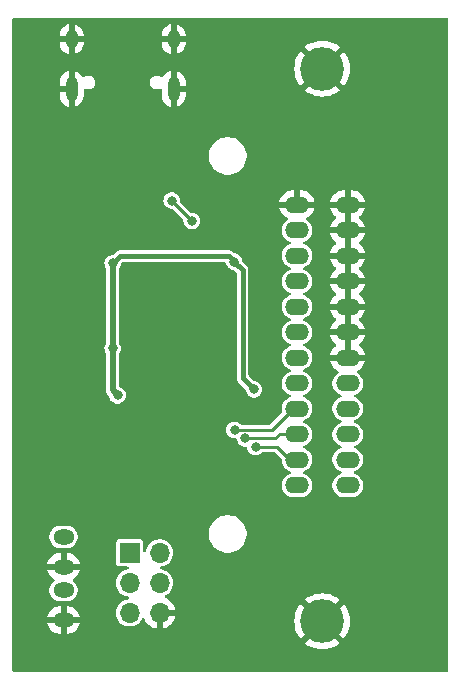
<source format=gbl>
%TF.GenerationSoftware,KiCad,Pcbnew,8.0.5*%
%TF.CreationDate,2024-10-26T16:59:59+13:00*%
%TF.ProjectId,usb_gpib_v2,7573625f-6770-4696-925f-76322e6b6963,C*%
%TF.SameCoordinates,Original*%
%TF.FileFunction,Copper,L2,Bot*%
%TF.FilePolarity,Positive*%
%FSLAX46Y46*%
G04 Gerber Fmt 4.6, Leading zero omitted, Abs format (unit mm)*
G04 Created by KiCad (PCBNEW 8.0.5) date 2024-10-26 16:59:59*
%MOMM*%
%LPD*%
G01*
G04 APERTURE LIST*
%TA.AperFunction,ComponentPad*%
%ADD10O,1.800000X1.300000*%
%TD*%
%TA.AperFunction,ComponentPad*%
%ADD11O,1.000000X2.100000*%
%TD*%
%TA.AperFunction,ComponentPad*%
%ADD12O,1.000000X1.600000*%
%TD*%
%TA.AperFunction,ComponentPad*%
%ADD13O,2.000000X1.400000*%
%TD*%
%TA.AperFunction,ComponentPad*%
%ADD14C,3.700000*%
%TD*%
%TA.AperFunction,ComponentPad*%
%ADD15R,1.700000X1.700000*%
%TD*%
%TA.AperFunction,ComponentPad*%
%ADD16O,1.700000X1.700000*%
%TD*%
%TA.AperFunction,ViaPad*%
%ADD17C,0.800000*%
%TD*%
%TA.AperFunction,Conductor*%
%ADD18C,0.500000*%
%TD*%
%TA.AperFunction,Conductor*%
%ADD19C,0.400000*%
%TD*%
%TA.AperFunction,Conductor*%
%ADD20C,0.250000*%
%TD*%
G04 APERTURE END LIST*
D10*
%TO.P,LED2,1,K*%
%TO.N,GND*%
X101092000Y-115296000D03*
%TO.P,LED2,2,A*%
%TO.N,/LED_GR*%
X101092000Y-112766000D03*
%TD*%
D11*
%TO.P,J2,S1,SHIELD*%
%TO.N,GND*%
X110420000Y-70305000D03*
D12*
X110420000Y-66125000D03*
D11*
X101780000Y-70305000D03*
D12*
X101780000Y-66125000D03*
%TD*%
D10*
%TO.P,LED3,1,K*%
%TO.N,GND*%
X101092000Y-110770000D03*
%TO.P,LED3,2,A*%
%TO.N,/LED_RD*%
X101092000Y-108240000D03*
%TD*%
D13*
%TO.P,J1,1,Pin_1*%
%TO.N,DIO1*%
X120855000Y-103880000D03*
%TO.P,J1,2,Pin_2*%
%TO.N,DIO2*%
X120855000Y-101720000D03*
%TO.P,J1,3,Pin_3*%
%TO.N,DIO3*%
X120855000Y-99560000D03*
%TO.P,J1,4,Pin_4*%
%TO.N,DIO4*%
X120855000Y-97400000D03*
%TO.P,J1,5,Pin_5*%
%TO.N,EOI*%
X120855000Y-95240000D03*
%TO.P,J1,6,Pin_6*%
%TO.N,DAV*%
X120855000Y-93080000D03*
%TO.P,J1,7,Pin_7*%
%TO.N,NRFD*%
X120855000Y-90920000D03*
%TO.P,J1,8,Pin_8*%
%TO.N,NDAC*%
X120855000Y-88760000D03*
%TO.P,J1,9,Pin_9*%
%TO.N,IFC*%
X120855000Y-86600000D03*
%TO.P,J1,10,Pin_10*%
%TO.N,SRQ*%
X120855000Y-84440000D03*
%TO.P,J1,11,Pin_11*%
%TO.N,ATN*%
X120855000Y-82280000D03*
%TO.P,J1,12,Pin_12*%
%TO.N,GND*%
X120855000Y-80120000D03*
%TO.P,J1,13,Pin_13*%
%TO.N,DIO5*%
X125145000Y-103880000D03*
%TO.P,J1,14,Pin_14*%
%TO.N,DIO6*%
X125145000Y-101720000D03*
%TO.P,J1,15,Pin_15*%
%TO.N,DIO7*%
X125145000Y-99560000D03*
%TO.P,J1,16,Pin_16*%
%TO.N,DIO8*%
X125145000Y-97400000D03*
%TO.P,J1,17,Pin_17*%
%TO.N,REN*%
X125145000Y-95240000D03*
%TO.P,J1,18,Pin_18*%
%TO.N,GND*%
X125145000Y-93080000D03*
%TO.P,J1,19,Pin_19*%
X125145000Y-90920000D03*
%TO.P,J1,20,Pin_20*%
X125145000Y-88760000D03*
%TO.P,J1,21,Pin_21*%
X125145000Y-86600000D03*
%TO.P,J1,22,Pin_22*%
X125145000Y-84440000D03*
%TO.P,J1,23,Pin_23*%
X125145000Y-82280000D03*
%TO.P,J1,24,Pin_24*%
X125145000Y-80120000D03*
D14*
%TO.P,J1,SH,Shield*%
X123000000Y-115400000D03*
X123000000Y-68600000D03*
%TD*%
D15*
%TO.P,J3,1,MISO*%
%TO.N,CIPO*%
X106680000Y-109601000D03*
D16*
%TO.P,J3,2,VCC*%
%TO.N,VBUS*%
X109220000Y-109601000D03*
%TO.P,J3,3,SCK*%
%TO.N,SCLK*%
X106680000Y-112141000D03*
%TO.P,J3,4,MOSI*%
%TO.N,COPI*%
X109220000Y-112141000D03*
%TO.P,J3,5,~{RST}*%
%TO.N,~{RESET}*%
X106680000Y-114681000D03*
%TO.P,J3,6,GND*%
%TO.N,GND*%
X109220000Y-114681000D03*
%TD*%
D17*
%TO.N,GND*%
X101900000Y-75312500D03*
X106680000Y-74930000D03*
X122936000Y-88900000D03*
X129500000Y-95300000D03*
X131275000Y-67600000D03*
X130775000Y-117550000D03*
X100076000Y-70358000D03*
X104800000Y-67700000D03*
X99314000Y-95504000D03*
X106426000Y-100330000D03*
X107275000Y-67700000D03*
X109474000Y-82420000D03*
X114730000Y-86410000D03*
X129525000Y-116450000D03*
X106050000Y-67700000D03*
X103124000Y-83312000D03*
X113919000Y-97536000D03*
X106050000Y-68900000D03*
X122936000Y-84582000D03*
X106426000Y-88138000D03*
X122936000Y-90932000D03*
X106426000Y-90297000D03*
X100050000Y-117525000D03*
X130025000Y-66500000D03*
X112014000Y-96266000D03*
X100076000Y-72136000D03*
X110998000Y-72390000D03*
X104800000Y-68900000D03*
X129500000Y-86625000D03*
X99568000Y-106680000D03*
X119253000Y-85471000D03*
X101300000Y-117525000D03*
X126492000Y-76200000D03*
X113060000Y-102900000D03*
X107188000Y-96266000D03*
X101900000Y-76562500D03*
X114700000Y-102925000D03*
X123000000Y-104000000D03*
X122936000Y-93218000D03*
X119140000Y-110880000D03*
X122936000Y-86614000D03*
X104140000Y-96266000D03*
X122936000Y-80264000D03*
X116332000Y-102925000D03*
X106426000Y-91440000D03*
X104140000Y-90170000D03*
X106426000Y-89154000D03*
X117602000Y-86360000D03*
X100050000Y-118625000D03*
X101300000Y-118625000D03*
X99568000Y-82550000D03*
X111506000Y-106426000D03*
X122990000Y-104950000D03*
X131275000Y-66500000D03*
X117680000Y-110920000D03*
X113030000Y-101854000D03*
X111506000Y-88392000D03*
X117602000Y-97536000D03*
X129525000Y-117550000D03*
X129500000Y-90975000D03*
X102108000Y-86106000D03*
X130775000Y-116450000D03*
X109474000Y-80900000D03*
X98806000Y-93980000D03*
X119126000Y-76454000D03*
X130025000Y-67600000D03*
X122936000Y-82296000D03*
X107300000Y-68900000D03*
X129425000Y-82296000D03*
X104140000Y-91440000D03*
X129500000Y-99625000D03*
X104394000Y-104140000D03*
%TO.N,VBUS*%
X105250000Y-92296000D03*
X105664000Y-96266000D03*
X117210076Y-95759862D03*
X115537500Y-84937500D03*
X105250000Y-85090000D03*
%TO.N,DIO2*%
X117348000Y-100635647D03*
%TO.N,DIO3*%
X116459355Y-99911147D03*
%TO.N,DIO4*%
X115570000Y-99186647D03*
%TO.N,LED_G*%
X110250000Y-79775000D03*
X111949500Y-81500000D03*
%TD*%
D18*
%TO.N,VBUS*%
X105250000Y-92296000D02*
X105250000Y-95852000D01*
D19*
X116250000Y-85650000D02*
X115537500Y-84937500D01*
X117210076Y-95759862D02*
X116250000Y-94799786D01*
D18*
X105250000Y-95852000D02*
X105664000Y-96266000D01*
D19*
X105250000Y-85090000D02*
X105840000Y-84500000D01*
X116250000Y-94799786D02*
X116250000Y-85650000D01*
X105840000Y-84500000D02*
X115100000Y-84500000D01*
D18*
X105250000Y-85090000D02*
X105250000Y-92296000D01*
D19*
X115100000Y-84500000D02*
X115537500Y-84937500D01*
D20*
%TO.N,DIO2*%
X120262000Y-101720000D02*
X120855000Y-101720000D01*
X117348000Y-100635647D02*
X119177647Y-100635647D01*
X119177647Y-100635647D02*
X120262000Y-101720000D01*
%TO.N,DIO3*%
X116459355Y-99911147D02*
X119036853Y-99911147D01*
X119036853Y-99911147D02*
X119388000Y-99560000D01*
X119388000Y-99560000D02*
X120855000Y-99560000D01*
%TO.N,DIO4*%
X118745353Y-99186647D02*
X120532000Y-97400000D01*
X120532000Y-97400000D02*
X120855000Y-97400000D01*
X115570000Y-99186647D02*
X118745353Y-99186647D01*
%TO.N,LED_G*%
X111949500Y-81500000D02*
X110250000Y-79800500D01*
X110250000Y-79800500D02*
X110250000Y-79775000D01*
%TD*%
%TA.AperFunction,Conductor*%
%TO.N,GND*%
G36*
X125399000Y-92649297D02*
G01*
X125337993Y-92614075D01*
X125210826Y-92580000D01*
X125079174Y-92580000D01*
X124952007Y-92614075D01*
X124891000Y-92649297D01*
X124891000Y-91350702D01*
X124952007Y-91385925D01*
X125079174Y-91420000D01*
X125210826Y-91420000D01*
X125337993Y-91385925D01*
X125399000Y-91350702D01*
X125399000Y-92649297D01*
G37*
%TD.AperFunction*%
%TA.AperFunction,Conductor*%
G36*
X125399000Y-90489297D02*
G01*
X125337993Y-90454075D01*
X125210826Y-90420000D01*
X125079174Y-90420000D01*
X124952007Y-90454075D01*
X124891000Y-90489297D01*
X124891000Y-89190702D01*
X124952007Y-89225925D01*
X125079174Y-89260000D01*
X125210826Y-89260000D01*
X125337993Y-89225925D01*
X125399000Y-89190702D01*
X125399000Y-90489297D01*
G37*
%TD.AperFunction*%
%TA.AperFunction,Conductor*%
G36*
X125399000Y-88329297D02*
G01*
X125337993Y-88294075D01*
X125210826Y-88260000D01*
X125079174Y-88260000D01*
X124952007Y-88294075D01*
X124891000Y-88329297D01*
X124891000Y-87030702D01*
X124952007Y-87065925D01*
X125079174Y-87100000D01*
X125210826Y-87100000D01*
X125337993Y-87065925D01*
X125399000Y-87030702D01*
X125399000Y-88329297D01*
G37*
%TD.AperFunction*%
%TA.AperFunction,Conductor*%
G36*
X125399000Y-86169297D02*
G01*
X125337993Y-86134075D01*
X125210826Y-86100000D01*
X125079174Y-86100000D01*
X124952007Y-86134075D01*
X124891000Y-86169297D01*
X124891000Y-84870702D01*
X124952007Y-84905925D01*
X125079174Y-84940000D01*
X125210826Y-84940000D01*
X125337993Y-84905925D01*
X125399000Y-84870702D01*
X125399000Y-86169297D01*
G37*
%TD.AperFunction*%
%TA.AperFunction,Conductor*%
G36*
X125399000Y-84009297D02*
G01*
X125337993Y-83974075D01*
X125210826Y-83940000D01*
X125079174Y-83940000D01*
X124952007Y-83974075D01*
X124891000Y-84009297D01*
X124891000Y-82710702D01*
X124952007Y-82745925D01*
X125079174Y-82780000D01*
X125210826Y-82780000D01*
X125337993Y-82745925D01*
X125399000Y-82710702D01*
X125399000Y-84009297D01*
G37*
%TD.AperFunction*%
%TA.AperFunction,Conductor*%
G36*
X125399000Y-81849297D02*
G01*
X125337993Y-81814075D01*
X125210826Y-81780000D01*
X125079174Y-81780000D01*
X124952007Y-81814075D01*
X124891000Y-81849297D01*
X124891000Y-80550702D01*
X124952007Y-80585925D01*
X125079174Y-80620000D01*
X125210826Y-80620000D01*
X125337993Y-80585925D01*
X125399000Y-80550702D01*
X125399000Y-81849297D01*
G37*
%TD.AperFunction*%
%TA.AperFunction,Conductor*%
G36*
X133606621Y-64324002D02*
G01*
X133653114Y-64377658D01*
X133664500Y-64430000D01*
X133664500Y-119570000D01*
X133644498Y-119638121D01*
X133590842Y-119684614D01*
X133538500Y-119696000D01*
X96894000Y-119696000D01*
X96825879Y-119675998D01*
X96779386Y-119622342D01*
X96768000Y-119570000D01*
X96768000Y-115042000D01*
X99709794Y-115042000D01*
X100661297Y-115042000D01*
X100626075Y-115103007D01*
X100592000Y-115230174D01*
X100592000Y-115361826D01*
X100626075Y-115488993D01*
X100661297Y-115550000D01*
X99709795Y-115550000D01*
X99712513Y-115567165D01*
X99768837Y-115740513D01*
X99768840Y-115740519D01*
X99851591Y-115902927D01*
X99958729Y-116050389D01*
X99958731Y-116050392D01*
X100087607Y-116179268D01*
X100087610Y-116179270D01*
X100235072Y-116286408D01*
X100397480Y-116369159D01*
X100397486Y-116369162D01*
X100570830Y-116425484D01*
X100570826Y-116425484D01*
X100750866Y-116454000D01*
X100838000Y-116454000D01*
X100838000Y-115726702D01*
X100899007Y-115761925D01*
X101026174Y-115796000D01*
X101157826Y-115796000D01*
X101284993Y-115761925D01*
X101346000Y-115726702D01*
X101346000Y-116454000D01*
X101433134Y-116454000D01*
X101613171Y-116425484D01*
X101786513Y-116369162D01*
X101786519Y-116369159D01*
X101948927Y-116286408D01*
X102096389Y-116179270D01*
X102096392Y-116179268D01*
X102225268Y-116050392D01*
X102225270Y-116050389D01*
X102332408Y-115902927D01*
X102415159Y-115740519D01*
X102415162Y-115740513D01*
X102471486Y-115567165D01*
X102474205Y-115550000D01*
X101522703Y-115550000D01*
X101557925Y-115488993D01*
X101592000Y-115361826D01*
X101592000Y-115230174D01*
X101557925Y-115103007D01*
X101522703Y-115042000D01*
X102474205Y-115042000D01*
X102471486Y-115024834D01*
X102415162Y-114851486D01*
X102415159Y-114851480D01*
X102332408Y-114689072D01*
X102225270Y-114541610D01*
X102225268Y-114541607D01*
X102096392Y-114412731D01*
X102096389Y-114412729D01*
X101948927Y-114305591D01*
X101786519Y-114222840D01*
X101786513Y-114222837D01*
X101613169Y-114166515D01*
X101613173Y-114166515D01*
X101433134Y-114138000D01*
X101346000Y-114138000D01*
X101346000Y-114865297D01*
X101284993Y-114830075D01*
X101157826Y-114796000D01*
X101026174Y-114796000D01*
X100899007Y-114830075D01*
X100838000Y-114865297D01*
X100838000Y-114138000D01*
X100750866Y-114138000D01*
X100570828Y-114166515D01*
X100397486Y-114222837D01*
X100397480Y-114222840D01*
X100235072Y-114305591D01*
X100087610Y-114412729D01*
X100087607Y-114412731D01*
X99958731Y-114541607D01*
X99958729Y-114541610D01*
X99851591Y-114689072D01*
X99768840Y-114851480D01*
X99768837Y-114851486D01*
X99712513Y-115024834D01*
X99709794Y-115042000D01*
X96768000Y-115042000D01*
X96768000Y-110516000D01*
X99709794Y-110516000D01*
X100661297Y-110516000D01*
X100626075Y-110577007D01*
X100592000Y-110704174D01*
X100592000Y-110835826D01*
X100626075Y-110962993D01*
X100661297Y-111024000D01*
X99709795Y-111024000D01*
X99712513Y-111041165D01*
X99768837Y-111214513D01*
X99768840Y-111214519D01*
X99851591Y-111376927D01*
X99958729Y-111524389D01*
X99958731Y-111524392D01*
X100087607Y-111653268D01*
X100087610Y-111653270D01*
X100235072Y-111760408D01*
X100271061Y-111778745D01*
X100322677Y-111827493D01*
X100339744Y-111896407D01*
X100316844Y-111963609D01*
X100283863Y-111995777D01*
X100236098Y-112027692D01*
X100236089Y-112027700D01*
X100103700Y-112160089D01*
X100103695Y-112160096D01*
X99999678Y-112315769D01*
X99928029Y-112488743D01*
X99928027Y-112488748D01*
X99891500Y-112672381D01*
X99891500Y-112672384D01*
X99891500Y-112859616D01*
X99928027Y-113043251D01*
X99999678Y-113216231D01*
X100103698Y-113371908D01*
X100236092Y-113504302D01*
X100391769Y-113608322D01*
X100564749Y-113679973D01*
X100748384Y-113716500D01*
X100748385Y-113716500D01*
X101435615Y-113716500D01*
X101435616Y-113716500D01*
X101619251Y-113679973D01*
X101792231Y-113608322D01*
X101947908Y-113504302D01*
X102080302Y-113371908D01*
X102184322Y-113216231D01*
X102255973Y-113043251D01*
X102292500Y-112859616D01*
X102292500Y-112672384D01*
X102255973Y-112488749D01*
X102184322Y-112315769D01*
X102080302Y-112160092D01*
X102061210Y-112141000D01*
X105524571Y-112141000D01*
X105544244Y-112353311D01*
X105602593Y-112558384D01*
X105602594Y-112558386D01*
X105602595Y-112558389D01*
X105697634Y-112749255D01*
X105826128Y-112919407D01*
X105826129Y-112919408D01*
X105983699Y-113063053D01*
X105983701Y-113063054D01*
X106164974Y-113175294D01*
X106164975Y-113175294D01*
X106164981Y-113175298D01*
X106363802Y-113252321D01*
X106550097Y-113287145D01*
X106613381Y-113319324D01*
X106649223Y-113380609D01*
X106646242Y-113451543D01*
X106605384Y-113509605D01*
X106550098Y-113534854D01*
X106437350Y-113555930D01*
X106363800Y-113569679D01*
X106209754Y-113629356D01*
X106164981Y-113646702D01*
X106164980Y-113646702D01*
X106164979Y-113646703D01*
X106164974Y-113646705D01*
X105983701Y-113758945D01*
X105983699Y-113758946D01*
X105826129Y-113902591D01*
X105780088Y-113963559D01*
X105697634Y-114072745D01*
X105650943Y-114166515D01*
X105602593Y-114263615D01*
X105544244Y-114468688D01*
X105524571Y-114681000D01*
X105544244Y-114893311D01*
X105602593Y-115098384D01*
X105602594Y-115098386D01*
X105602595Y-115098389D01*
X105697634Y-115289255D01*
X105781265Y-115399999D01*
X105826129Y-115459408D01*
X105983699Y-115603053D01*
X105983701Y-115603054D01*
X106164974Y-115715294D01*
X106164975Y-115715294D01*
X106164981Y-115715298D01*
X106363802Y-115792321D01*
X106573390Y-115831500D01*
X106573393Y-115831500D01*
X106786607Y-115831500D01*
X106786610Y-115831500D01*
X106996198Y-115792321D01*
X107195019Y-115715298D01*
X107376302Y-115603052D01*
X107533872Y-115459407D01*
X107662366Y-115289255D01*
X107723930Y-115165615D01*
X107772196Y-115113554D01*
X107840950Y-115095851D01*
X107908361Y-115118130D01*
X107952106Y-115171166D01*
X108021580Y-115329548D01*
X108144674Y-115517958D01*
X108297097Y-115683534D01*
X108474698Y-115821767D01*
X108474699Y-115821768D01*
X108672628Y-115928882D01*
X108672630Y-115928883D01*
X108885483Y-116001955D01*
X108885492Y-116001957D01*
X108966000Y-116015391D01*
X108966000Y-115111702D01*
X109027007Y-115146925D01*
X109154174Y-115181000D01*
X109285826Y-115181000D01*
X109412993Y-115146925D01*
X109474000Y-115111702D01*
X109474000Y-116015390D01*
X109554507Y-116001957D01*
X109554516Y-116001955D01*
X109767369Y-115928883D01*
X109767371Y-115928882D01*
X109965300Y-115821768D01*
X109965301Y-115821767D01*
X110142902Y-115683534D01*
X110295325Y-115517958D01*
X110372393Y-115399996D01*
X120636941Y-115399996D01*
X120636941Y-115400003D01*
X120657156Y-115708436D01*
X120657158Y-115708451D01*
X120717460Y-116011603D01*
X120717462Y-116011613D01*
X120816815Y-116304296D01*
X120816821Y-116304310D01*
X120953528Y-116581527D01*
X121125259Y-116838539D01*
X121125262Y-116838543D01*
X121161230Y-116879556D01*
X121161232Y-116879556D01*
X121739163Y-116301624D01*
X121817726Y-116409757D01*
X121990243Y-116582274D01*
X122098373Y-116660835D01*
X121520442Y-117238766D01*
X121520442Y-117238768D01*
X121561456Y-117274737D01*
X121561460Y-117274740D01*
X121818472Y-117446471D01*
X122095689Y-117583178D01*
X122095703Y-117583184D01*
X122388386Y-117682537D01*
X122388396Y-117682539D01*
X122691548Y-117742841D01*
X122691563Y-117742843D01*
X122999997Y-117763059D01*
X123000003Y-117763059D01*
X123308436Y-117742843D01*
X123308451Y-117742841D01*
X123611603Y-117682539D01*
X123611613Y-117682537D01*
X123904296Y-117583184D01*
X123904310Y-117583178D01*
X124181527Y-117446471D01*
X124438546Y-117274735D01*
X124479556Y-117238769D01*
X124479556Y-117238766D01*
X123901626Y-116660835D01*
X124009757Y-116582274D01*
X124182274Y-116409757D01*
X124260835Y-116301625D01*
X124838766Y-116879556D01*
X124838769Y-116879556D01*
X124874735Y-116838546D01*
X125046471Y-116581527D01*
X125183178Y-116304310D01*
X125183184Y-116304296D01*
X125282537Y-116011613D01*
X125282539Y-116011603D01*
X125342841Y-115708451D01*
X125342843Y-115708436D01*
X125363059Y-115400003D01*
X125363059Y-115399996D01*
X125342843Y-115091563D01*
X125342841Y-115091548D01*
X125282539Y-114788396D01*
X125282537Y-114788386D01*
X125183184Y-114495703D01*
X125183178Y-114495689D01*
X125046470Y-114218473D01*
X124874744Y-113961465D01*
X124874735Y-113961454D01*
X124838768Y-113920442D01*
X124838766Y-113920442D01*
X124260835Y-114498373D01*
X124182274Y-114390243D01*
X124009757Y-114217726D01*
X123901625Y-114139163D01*
X124479556Y-113561232D01*
X124479556Y-113561230D01*
X124438543Y-113525262D01*
X124438539Y-113525259D01*
X124181527Y-113353528D01*
X123904310Y-113216821D01*
X123904296Y-113216815D01*
X123611613Y-113117462D01*
X123611603Y-113117460D01*
X123308451Y-113057158D01*
X123308436Y-113057156D01*
X123000003Y-113036941D01*
X122999997Y-113036941D01*
X122691563Y-113057156D01*
X122691548Y-113057158D01*
X122388396Y-113117460D01*
X122388386Y-113117462D01*
X122095703Y-113216815D01*
X122095689Y-113216821D01*
X121818473Y-113353529D01*
X121561461Y-113525258D01*
X121561457Y-113525261D01*
X121520442Y-113561230D01*
X121520442Y-113561232D01*
X122098374Y-114139164D01*
X121990243Y-114217726D01*
X121817726Y-114390243D01*
X121739164Y-114498374D01*
X121161232Y-113920442D01*
X121161230Y-113920442D01*
X121125261Y-113961457D01*
X121125258Y-113961461D01*
X120953529Y-114218473D01*
X120816821Y-114495689D01*
X120816815Y-114495703D01*
X120717462Y-114788386D01*
X120717460Y-114788396D01*
X120657158Y-115091548D01*
X120657156Y-115091563D01*
X120636941Y-115399996D01*
X110372393Y-115399996D01*
X110418419Y-115329548D01*
X110508820Y-115123456D01*
X110508823Y-115123449D01*
X110556544Y-114935000D01*
X109650703Y-114935000D01*
X109685925Y-114873993D01*
X109720000Y-114746826D01*
X109720000Y-114615174D01*
X109685925Y-114488007D01*
X109650703Y-114427000D01*
X110556544Y-114427000D01*
X110556544Y-114426999D01*
X110508823Y-114238550D01*
X110508820Y-114238543D01*
X110418419Y-114032451D01*
X110295325Y-113844041D01*
X110142902Y-113678465D01*
X109965301Y-113540232D01*
X109965300Y-113540231D01*
X109767371Y-113433117D01*
X109767365Y-113433115D01*
X109723705Y-113418126D01*
X109665771Y-113377089D01*
X109639220Y-113311244D01*
X109652482Y-113241497D01*
X109701347Y-113189992D01*
X109719092Y-113181467D01*
X109735019Y-113175298D01*
X109916302Y-113063052D01*
X110073872Y-112919407D01*
X110202366Y-112749255D01*
X110297405Y-112558389D01*
X110355756Y-112353310D01*
X110375429Y-112141000D01*
X110355756Y-111928690D01*
X110297405Y-111723611D01*
X110202366Y-111532745D01*
X110073872Y-111362593D01*
X109916302Y-111218948D01*
X109916300Y-111218946D01*
X109916298Y-111218945D01*
X109735025Y-111106705D01*
X109735021Y-111106703D01*
X109735019Y-111106702D01*
X109536198Y-111029679D01*
X109349902Y-110994854D01*
X109286618Y-110962676D01*
X109250776Y-110901391D01*
X109253757Y-110830457D01*
X109294615Y-110772395D01*
X109349901Y-110747145D01*
X109536198Y-110712321D01*
X109735019Y-110635298D01*
X109916302Y-110523052D01*
X110073872Y-110379407D01*
X110202366Y-110209255D01*
X110297405Y-110018389D01*
X110355756Y-109813310D01*
X110375429Y-109601000D01*
X110355756Y-109388690D01*
X110297405Y-109183611D01*
X110202366Y-108992745D01*
X110073872Y-108822593D01*
X109946123Y-108706133D01*
X109916300Y-108678946D01*
X109916298Y-108678945D01*
X109735025Y-108566705D01*
X109735021Y-108566703D01*
X109735019Y-108566702D01*
X109607370Y-108517251D01*
X109536199Y-108489679D01*
X109483801Y-108479884D01*
X109326610Y-108450500D01*
X109113390Y-108450500D01*
X108987637Y-108474007D01*
X108903800Y-108489679D01*
X108749754Y-108549356D01*
X108704981Y-108566702D01*
X108704980Y-108566702D01*
X108704979Y-108566703D01*
X108704974Y-108566705D01*
X108523701Y-108678945D01*
X108523699Y-108678946D01*
X108366129Y-108822591D01*
X108279293Y-108937580D01*
X108237634Y-108992745D01*
X108157354Y-109153970D01*
X108142593Y-109183615D01*
X108084243Y-109388693D01*
X108081961Y-109413320D01*
X108055759Y-109479305D01*
X107998041Y-109520648D01*
X107927135Y-109524224D01*
X107865551Y-109488897D01*
X107832843Y-109425884D01*
X107830499Y-109401693D01*
X107830499Y-108706140D01*
X107830499Y-108706136D01*
X107827585Y-108681009D01*
X107798519Y-108615180D01*
X107782206Y-108578234D01*
X107702767Y-108498795D01*
X107702765Y-108498794D01*
X107599989Y-108453414D01*
X107599990Y-108453414D01*
X107574868Y-108450500D01*
X105785140Y-108450500D01*
X105785133Y-108450501D01*
X105760009Y-108453414D01*
X105760005Y-108453416D01*
X105657234Y-108498793D01*
X105577795Y-108578232D01*
X105577794Y-108578234D01*
X105532414Y-108681009D01*
X105529500Y-108706129D01*
X105529500Y-110495859D01*
X105529501Y-110495866D01*
X105532414Y-110520990D01*
X105532416Y-110520994D01*
X105577793Y-110623765D01*
X105657232Y-110703204D01*
X105657234Y-110703205D01*
X105657235Y-110703206D01*
X105760009Y-110748585D01*
X105785135Y-110751500D01*
X106492175Y-110751499D01*
X106560294Y-110771501D01*
X106606787Y-110825157D01*
X106616891Y-110895430D01*
X106587398Y-110960011D01*
X106527671Y-110998395D01*
X106515326Y-111001353D01*
X106363805Y-111029677D01*
X106241633Y-111077007D01*
X106164981Y-111106702D01*
X106164980Y-111106702D01*
X106164979Y-111106703D01*
X106164974Y-111106705D01*
X105983701Y-111218945D01*
X105983699Y-111218946D01*
X105826129Y-111362591D01*
X105815303Y-111376927D01*
X105697634Y-111532745D01*
X105637621Y-111653268D01*
X105602593Y-111723615D01*
X105544244Y-111928688D01*
X105524571Y-112141000D01*
X102061210Y-112141000D01*
X101947908Y-112027698D01*
X101947906Y-112027696D01*
X101947903Y-112027694D01*
X101900137Y-111995778D01*
X101854609Y-111941301D01*
X101845762Y-111870858D01*
X101876403Y-111806814D01*
X101912939Y-111778745D01*
X101948925Y-111760410D01*
X102096389Y-111653270D01*
X102096392Y-111653268D01*
X102225268Y-111524392D01*
X102225270Y-111524389D01*
X102332408Y-111376927D01*
X102415159Y-111214519D01*
X102415162Y-111214513D01*
X102471486Y-111041165D01*
X102474205Y-111024000D01*
X101522703Y-111024000D01*
X101557925Y-110962993D01*
X101592000Y-110835826D01*
X101592000Y-110704174D01*
X101557925Y-110577007D01*
X101522703Y-110516000D01*
X102474205Y-110516000D01*
X102471486Y-110498834D01*
X102415162Y-110325486D01*
X102415159Y-110325480D01*
X102332408Y-110163072D01*
X102225270Y-110015610D01*
X102225268Y-110015607D01*
X102096392Y-109886731D01*
X102096389Y-109886729D01*
X101948927Y-109779591D01*
X101786519Y-109696840D01*
X101786513Y-109696837D01*
X101613169Y-109640515D01*
X101613173Y-109640515D01*
X101433134Y-109612000D01*
X101346000Y-109612000D01*
X101346000Y-110339297D01*
X101284993Y-110304075D01*
X101157826Y-110270000D01*
X101026174Y-110270000D01*
X100899007Y-110304075D01*
X100838000Y-110339297D01*
X100838000Y-109612000D01*
X100750866Y-109612000D01*
X100570828Y-109640515D01*
X100397486Y-109696837D01*
X100397480Y-109696840D01*
X100235072Y-109779591D01*
X100087610Y-109886729D01*
X100087607Y-109886731D01*
X99958731Y-110015607D01*
X99958729Y-110015610D01*
X99851591Y-110163072D01*
X99768840Y-110325480D01*
X99768837Y-110325486D01*
X99712513Y-110498834D01*
X99709794Y-110516000D01*
X96768000Y-110516000D01*
X96768000Y-108146381D01*
X99891500Y-108146381D01*
X99891500Y-108333618D01*
X99924356Y-108498794D01*
X99928027Y-108517251D01*
X99999678Y-108690231D01*
X100103698Y-108845908D01*
X100236092Y-108978302D01*
X100391769Y-109082322D01*
X100564749Y-109153973D01*
X100748384Y-109190500D01*
X100748385Y-109190500D01*
X101435615Y-109190500D01*
X101435616Y-109190500D01*
X101619251Y-109153973D01*
X101792231Y-109082322D01*
X101947908Y-108978302D01*
X102080302Y-108845908D01*
X102184322Y-108690231D01*
X102255973Y-108517251D01*
X102292500Y-108333616D01*
X102292500Y-108146384D01*
X102255973Y-107962749D01*
X102219559Y-107874838D01*
X113399500Y-107874838D01*
X113399500Y-108126762D01*
X113432263Y-108333616D01*
X113438911Y-108375590D01*
X113504755Y-108578235D01*
X113516759Y-108615179D01*
X113631130Y-108839645D01*
X113779207Y-109043456D01*
X113779209Y-109043458D01*
X113779211Y-109043461D01*
X113957338Y-109221588D01*
X113957341Y-109221590D01*
X113957344Y-109221593D01*
X114161155Y-109369670D01*
X114385621Y-109484041D01*
X114625215Y-109561890D01*
X114874038Y-109601300D01*
X114874041Y-109601300D01*
X115125959Y-109601300D01*
X115125962Y-109601300D01*
X115374785Y-109561890D01*
X115614379Y-109484041D01*
X115838845Y-109369670D01*
X116042656Y-109221593D01*
X116220793Y-109043456D01*
X116368870Y-108839645D01*
X116483241Y-108615179D01*
X116561090Y-108375585D01*
X116600500Y-108126762D01*
X116600500Y-107874838D01*
X116561090Y-107626015D01*
X116483241Y-107386421D01*
X116368870Y-107161955D01*
X116220793Y-106958144D01*
X116220790Y-106958141D01*
X116220788Y-106958138D01*
X116042661Y-106780011D01*
X116042658Y-106780009D01*
X116042656Y-106780007D01*
X115838845Y-106631930D01*
X115614379Y-106517559D01*
X115614376Y-106517558D01*
X115614374Y-106517557D01*
X115374790Y-106439711D01*
X115374786Y-106439710D01*
X115374785Y-106439710D01*
X115125962Y-106400300D01*
X114874038Y-106400300D01*
X114625215Y-106439710D01*
X114625209Y-106439711D01*
X114385625Y-106517557D01*
X114385619Y-106517560D01*
X114161151Y-106631932D01*
X113957341Y-106780009D01*
X113957338Y-106780011D01*
X113779211Y-106958138D01*
X113779209Y-106958141D01*
X113631132Y-107161951D01*
X113516760Y-107386419D01*
X113516757Y-107386425D01*
X113438911Y-107626009D01*
X113438910Y-107626014D01*
X113438910Y-107626015D01*
X113399500Y-107874838D01*
X102219559Y-107874838D01*
X102184322Y-107789769D01*
X102080302Y-107634092D01*
X101947908Y-107501698D01*
X101792231Y-107397678D01*
X101619251Y-107326027D01*
X101435618Y-107289500D01*
X101435616Y-107289500D01*
X100748384Y-107289500D01*
X100748381Y-107289500D01*
X100564748Y-107326027D01*
X100564743Y-107326029D01*
X100391769Y-107397678D01*
X100236096Y-107501695D01*
X100236089Y-107501700D01*
X100103700Y-107634089D01*
X100103695Y-107634096D01*
X99999678Y-107789769D01*
X99928029Y-107962743D01*
X99928027Y-107962748D01*
X99891500Y-108146381D01*
X96768000Y-108146381D01*
X96768000Y-99186644D01*
X114864355Y-99186644D01*
X114864355Y-99186649D01*
X114884859Y-99355518D01*
X114945179Y-99514572D01*
X114945181Y-99514576D01*
X115041816Y-99654575D01*
X115041818Y-99654577D01*
X115046292Y-99658541D01*
X115169148Y-99767381D01*
X115319775Y-99846437D01*
X115319776Y-99846437D01*
X115319778Y-99846438D01*
X115476461Y-99885056D01*
X115484944Y-99887147D01*
X115484947Y-99887147D01*
X115639169Y-99887147D01*
X115707290Y-99907149D01*
X115753783Y-99960805D01*
X115764250Y-99997959D01*
X115774214Y-100080018D01*
X115834534Y-100239072D01*
X115834536Y-100239076D01*
X115902225Y-100337139D01*
X115931172Y-100379076D01*
X116058503Y-100491881D01*
X116209130Y-100570937D01*
X116209131Y-100570937D01*
X116209133Y-100570938D01*
X116365816Y-100609556D01*
X116374299Y-100611647D01*
X116374302Y-100611647D01*
X116527814Y-100611647D01*
X116595935Y-100631649D01*
X116642428Y-100685305D01*
X116652895Y-100722459D01*
X116662859Y-100804518D01*
X116723179Y-100963572D01*
X116723181Y-100963576D01*
X116805075Y-101082218D01*
X116819817Y-101103576D01*
X116947148Y-101216381D01*
X117097775Y-101295437D01*
X117097776Y-101295437D01*
X117097778Y-101295438D01*
X117254461Y-101334056D01*
X117262944Y-101336147D01*
X117262947Y-101336147D01*
X117433053Y-101336147D01*
X117433056Y-101336147D01*
X117598225Y-101295437D01*
X117748852Y-101216381D01*
X117876183Y-101103576D01*
X117876184Y-101103575D01*
X117881888Y-101098522D01*
X117882733Y-101099476D01*
X117936310Y-101065869D01*
X117970480Y-101061147D01*
X118949209Y-101061147D01*
X119017330Y-101081149D01*
X119038304Y-101098052D01*
X119517595Y-101577343D01*
X119551621Y-101639655D01*
X119554500Y-101666438D01*
X119554500Y-101818544D01*
X119592949Y-102011835D01*
X119668368Y-102193914D01*
X119777861Y-102357782D01*
X119917218Y-102497139D01*
X120081086Y-102606632D01*
X120193748Y-102653297D01*
X120266882Y-102683591D01*
X120322163Y-102728139D01*
X120344584Y-102795503D01*
X120327026Y-102864294D01*
X120275064Y-102912672D01*
X120266882Y-102916409D01*
X120081085Y-102993368D01*
X119917222Y-103102858D01*
X119917215Y-103102863D01*
X119777863Y-103242215D01*
X119777858Y-103242222D01*
X119668368Y-103406085D01*
X119592950Y-103588161D01*
X119592949Y-103588164D01*
X119554500Y-103781455D01*
X119554500Y-103978544D01*
X119592949Y-104171835D01*
X119668368Y-104353914D01*
X119777861Y-104517782D01*
X119917218Y-104657139D01*
X120081086Y-104766632D01*
X120263165Y-104842051D01*
X120456459Y-104880500D01*
X121253541Y-104880500D01*
X121446835Y-104842051D01*
X121628914Y-104766632D01*
X121792782Y-104657139D01*
X121932139Y-104517782D01*
X122041632Y-104353914D01*
X122117051Y-104171835D01*
X122155500Y-103978541D01*
X122155500Y-103781459D01*
X122117051Y-103588165D01*
X122041632Y-103406086D01*
X121932139Y-103242218D01*
X121792782Y-103102861D01*
X121628914Y-102993368D01*
X121446835Y-102917949D01*
X121446834Y-102917948D01*
X121443117Y-102916409D01*
X121387836Y-102871861D01*
X121365415Y-102804498D01*
X121382973Y-102735706D01*
X121434935Y-102687328D01*
X121443117Y-102683591D01*
X121446835Y-102682051D01*
X121628914Y-102606632D01*
X121792782Y-102497139D01*
X121932139Y-102357782D01*
X122041632Y-102193914D01*
X122117051Y-102011835D01*
X122155500Y-101818541D01*
X122155500Y-101621459D01*
X122117051Y-101428165D01*
X122041632Y-101246086D01*
X121932139Y-101082218D01*
X121792782Y-100942861D01*
X121628914Y-100833368D01*
X121446835Y-100757949D01*
X121446834Y-100757948D01*
X121443117Y-100756409D01*
X121387836Y-100711861D01*
X121365415Y-100644498D01*
X121382973Y-100575706D01*
X121434935Y-100527328D01*
X121443117Y-100523591D01*
X121446835Y-100522051D01*
X121628914Y-100446632D01*
X121792782Y-100337139D01*
X121932139Y-100197782D01*
X122041632Y-100033914D01*
X122117051Y-99851835D01*
X122155500Y-99658541D01*
X122155500Y-99461459D01*
X122117051Y-99268165D01*
X122041632Y-99086086D01*
X121932139Y-98922218D01*
X121792782Y-98782861D01*
X121628914Y-98673368D01*
X121446835Y-98597949D01*
X121446834Y-98597948D01*
X121443117Y-98596409D01*
X121387836Y-98551861D01*
X121365415Y-98484498D01*
X121382973Y-98415706D01*
X121434935Y-98367328D01*
X121443117Y-98363591D01*
X121446835Y-98362051D01*
X121628914Y-98286632D01*
X121792782Y-98177139D01*
X121932139Y-98037782D01*
X122041632Y-97873914D01*
X122117051Y-97691835D01*
X122155500Y-97498541D01*
X122155500Y-97301459D01*
X122117051Y-97108165D01*
X122041632Y-96926086D01*
X121932139Y-96762218D01*
X121792782Y-96622861D01*
X121628914Y-96513368D01*
X121446835Y-96437949D01*
X121446834Y-96437948D01*
X121443117Y-96436409D01*
X121387836Y-96391861D01*
X121365415Y-96324498D01*
X121382973Y-96255706D01*
X121434935Y-96207328D01*
X121443117Y-96203591D01*
X121446835Y-96202051D01*
X121628914Y-96126632D01*
X121792782Y-96017139D01*
X121932139Y-95877782D01*
X122041632Y-95713914D01*
X122117051Y-95531835D01*
X122155500Y-95338541D01*
X122155500Y-95141459D01*
X122117051Y-94948165D01*
X122041632Y-94766086D01*
X121932139Y-94602218D01*
X121792782Y-94462861D01*
X121628914Y-94353368D01*
X121446835Y-94277949D01*
X121446834Y-94277948D01*
X121443117Y-94276409D01*
X121387836Y-94231861D01*
X121365415Y-94164498D01*
X121382973Y-94095706D01*
X121434935Y-94047328D01*
X121443117Y-94043591D01*
X121446835Y-94042051D01*
X121628914Y-93966632D01*
X121792782Y-93857139D01*
X121932139Y-93717782D01*
X122041632Y-93553914D01*
X122117051Y-93371835D01*
X122155500Y-93178541D01*
X122155500Y-92981459D01*
X122117051Y-92788165D01*
X122041632Y-92606086D01*
X121932139Y-92442218D01*
X121792782Y-92302861D01*
X121628914Y-92193368D01*
X121446835Y-92117949D01*
X121446834Y-92117948D01*
X121443117Y-92116409D01*
X121387836Y-92071861D01*
X121365415Y-92004498D01*
X121382973Y-91935706D01*
X121434935Y-91887328D01*
X121443117Y-91883591D01*
X121446835Y-91882051D01*
X121628914Y-91806632D01*
X121792782Y-91697139D01*
X121932139Y-91557782D01*
X122041632Y-91393914D01*
X122117051Y-91211835D01*
X122155500Y-91018541D01*
X122155500Y-90821459D01*
X122117051Y-90628165D01*
X122041632Y-90446086D01*
X121932139Y-90282218D01*
X121792782Y-90142861D01*
X121628914Y-90033368D01*
X121446835Y-89957949D01*
X121446834Y-89957948D01*
X121443117Y-89956409D01*
X121387836Y-89911861D01*
X121365415Y-89844498D01*
X121382973Y-89775706D01*
X121434935Y-89727328D01*
X121443117Y-89723591D01*
X121446835Y-89722051D01*
X121628914Y-89646632D01*
X121792782Y-89537139D01*
X121932139Y-89397782D01*
X122041632Y-89233914D01*
X122117051Y-89051835D01*
X122155500Y-88858541D01*
X122155500Y-88661459D01*
X122117051Y-88468165D01*
X122041632Y-88286086D01*
X121932139Y-88122218D01*
X121792782Y-87982861D01*
X121628914Y-87873368D01*
X121446835Y-87797949D01*
X121446834Y-87797948D01*
X121443117Y-87796409D01*
X121387836Y-87751861D01*
X121365415Y-87684498D01*
X121382973Y-87615706D01*
X121434935Y-87567328D01*
X121443117Y-87563591D01*
X121446835Y-87562051D01*
X121628914Y-87486632D01*
X121792782Y-87377139D01*
X121932139Y-87237782D01*
X122041632Y-87073914D01*
X122117051Y-86891835D01*
X122155500Y-86698541D01*
X122155500Y-86501459D01*
X122117051Y-86308165D01*
X122041632Y-86126086D01*
X121932139Y-85962218D01*
X121792782Y-85822861D01*
X121628914Y-85713368D01*
X121446835Y-85637949D01*
X121446834Y-85637948D01*
X121443117Y-85636409D01*
X121387836Y-85591861D01*
X121365415Y-85524498D01*
X121382973Y-85455706D01*
X121434935Y-85407328D01*
X121443117Y-85403591D01*
X121446835Y-85402051D01*
X121628914Y-85326632D01*
X121792782Y-85217139D01*
X121932139Y-85077782D01*
X122041632Y-84913914D01*
X122117051Y-84731835D01*
X122155500Y-84538541D01*
X122155500Y-84341459D01*
X122117051Y-84148165D01*
X122041632Y-83966086D01*
X121932139Y-83802218D01*
X121792782Y-83662861D01*
X121628914Y-83553368D01*
X121446835Y-83477949D01*
X121446834Y-83477948D01*
X121443117Y-83476409D01*
X121387836Y-83431861D01*
X121365415Y-83364498D01*
X121382973Y-83295706D01*
X121434935Y-83247328D01*
X121443117Y-83243591D01*
X121446835Y-83242051D01*
X121628914Y-83166632D01*
X121792782Y-83057139D01*
X121932139Y-82917782D01*
X122041632Y-82753914D01*
X122117051Y-82571835D01*
X122155500Y-82378541D01*
X122155500Y-82181459D01*
X122117051Y-81988165D01*
X122041632Y-81806086D01*
X121932139Y-81642218D01*
X121792782Y-81502861D01*
X121788503Y-81500002D01*
X121731944Y-81462210D01*
X121672591Y-81422552D01*
X121627065Y-81368077D01*
X121618216Y-81297633D01*
X121648857Y-81233589D01*
X121685392Y-81205521D01*
X121788130Y-81153173D01*
X121941961Y-81041408D01*
X121941964Y-81041406D01*
X122076406Y-80906964D01*
X122076408Y-80906961D01*
X122188171Y-80753133D01*
X122274497Y-80583709D01*
X122333254Y-80402876D01*
X122337827Y-80374000D01*
X121285703Y-80374000D01*
X121320925Y-80312993D01*
X121355000Y-80185826D01*
X121355000Y-80054174D01*
X121320925Y-79927007D01*
X121285703Y-79866000D01*
X122337827Y-79866000D01*
X123662173Y-79866000D01*
X124714297Y-79866000D01*
X124679075Y-79927007D01*
X124645000Y-80054174D01*
X124645000Y-80185826D01*
X124679075Y-80312993D01*
X124714297Y-80374000D01*
X123662173Y-80374000D01*
X123666745Y-80402876D01*
X123725502Y-80583709D01*
X123811828Y-80753133D01*
X123923591Y-80906961D01*
X123923593Y-80906964D01*
X124058038Y-81041409D01*
X124136017Y-81098064D01*
X124179371Y-81154287D01*
X124185446Y-81225023D01*
X124152314Y-81287814D01*
X124136017Y-81301936D01*
X124058038Y-81358590D01*
X123923593Y-81493035D01*
X123923591Y-81493038D01*
X123811828Y-81646866D01*
X123725502Y-81816290D01*
X123666745Y-81997123D01*
X123662173Y-82026000D01*
X124714297Y-82026000D01*
X124679075Y-82087007D01*
X124645000Y-82214174D01*
X124645000Y-82345826D01*
X124679075Y-82472993D01*
X124714297Y-82534000D01*
X123662173Y-82534000D01*
X123666745Y-82562876D01*
X123725502Y-82743709D01*
X123811828Y-82913133D01*
X123923591Y-83066961D01*
X123923593Y-83066964D01*
X124058038Y-83201409D01*
X124136017Y-83258064D01*
X124179371Y-83314287D01*
X124185446Y-83385023D01*
X124152314Y-83447814D01*
X124136017Y-83461936D01*
X124058038Y-83518590D01*
X123923593Y-83653035D01*
X123923591Y-83653038D01*
X123811828Y-83806866D01*
X123725502Y-83976290D01*
X123666745Y-84157123D01*
X123662173Y-84186000D01*
X124714297Y-84186000D01*
X124679075Y-84247007D01*
X124645000Y-84374174D01*
X124645000Y-84505826D01*
X124679075Y-84632993D01*
X124714297Y-84694000D01*
X123662173Y-84694000D01*
X123666745Y-84722876D01*
X123725502Y-84903709D01*
X123811828Y-85073133D01*
X123923591Y-85226961D01*
X123923593Y-85226964D01*
X124058038Y-85361409D01*
X124136017Y-85418064D01*
X124179371Y-85474287D01*
X124185446Y-85545023D01*
X124152314Y-85607814D01*
X124136017Y-85621936D01*
X124058038Y-85678590D01*
X123923593Y-85813035D01*
X123923591Y-85813038D01*
X123811828Y-85966866D01*
X123725502Y-86136290D01*
X123666745Y-86317123D01*
X123662173Y-86346000D01*
X124714297Y-86346000D01*
X124679075Y-86407007D01*
X124645000Y-86534174D01*
X124645000Y-86665826D01*
X124679075Y-86792993D01*
X124714297Y-86854000D01*
X123662173Y-86854000D01*
X123666745Y-86882876D01*
X123725502Y-87063709D01*
X123811828Y-87233133D01*
X123923591Y-87386961D01*
X123923593Y-87386964D01*
X124058038Y-87521409D01*
X124136017Y-87578064D01*
X124179371Y-87634287D01*
X124185446Y-87705023D01*
X124152314Y-87767814D01*
X124136017Y-87781936D01*
X124058038Y-87838590D01*
X123923593Y-87973035D01*
X123923591Y-87973038D01*
X123811828Y-88126866D01*
X123725502Y-88296290D01*
X123666745Y-88477123D01*
X123662173Y-88506000D01*
X124714297Y-88506000D01*
X124679075Y-88567007D01*
X124645000Y-88694174D01*
X124645000Y-88825826D01*
X124679075Y-88952993D01*
X124714297Y-89014000D01*
X123662173Y-89014000D01*
X123666745Y-89042876D01*
X123725502Y-89223709D01*
X123811828Y-89393133D01*
X123923591Y-89546961D01*
X123923593Y-89546964D01*
X124058038Y-89681409D01*
X124136017Y-89738064D01*
X124179371Y-89794287D01*
X124185446Y-89865023D01*
X124152314Y-89927814D01*
X124136017Y-89941936D01*
X124058038Y-89998590D01*
X123923593Y-90133035D01*
X123923591Y-90133038D01*
X123811828Y-90286866D01*
X123725502Y-90456290D01*
X123666745Y-90637123D01*
X123662173Y-90666000D01*
X124714297Y-90666000D01*
X124679075Y-90727007D01*
X124645000Y-90854174D01*
X124645000Y-90985826D01*
X124679075Y-91112993D01*
X124714297Y-91174000D01*
X123662173Y-91174000D01*
X123666745Y-91202876D01*
X123725502Y-91383709D01*
X123811828Y-91553133D01*
X123923591Y-91706961D01*
X123923593Y-91706964D01*
X124058038Y-91841409D01*
X124136017Y-91898064D01*
X124179371Y-91954287D01*
X124185446Y-92025023D01*
X124152314Y-92087814D01*
X124136017Y-92101936D01*
X124058038Y-92158590D01*
X123923593Y-92293035D01*
X123923591Y-92293038D01*
X123811828Y-92446866D01*
X123725502Y-92616290D01*
X123666745Y-92797123D01*
X123662173Y-92826000D01*
X124714297Y-92826000D01*
X124679075Y-92887007D01*
X124645000Y-93014174D01*
X124645000Y-93145826D01*
X124679075Y-93272993D01*
X124714297Y-93334000D01*
X123662173Y-93334000D01*
X123666745Y-93362876D01*
X123725502Y-93543709D01*
X123811828Y-93713133D01*
X123923591Y-93866961D01*
X123923593Y-93866964D01*
X124058035Y-94001406D01*
X124058038Y-94001408D01*
X124211866Y-94113171D01*
X124314608Y-94165521D01*
X124366223Y-94214269D01*
X124383289Y-94283184D01*
X124360388Y-94350386D01*
X124327407Y-94382553D01*
X124207222Y-94462858D01*
X124207215Y-94462863D01*
X124067863Y-94602215D01*
X124067858Y-94602222D01*
X123958368Y-94766085D01*
X123882950Y-94948161D01*
X123882949Y-94948164D01*
X123844500Y-95141455D01*
X123844500Y-95338544D01*
X123882949Y-95531835D01*
X123882950Y-95531838D01*
X123911930Y-95601802D01*
X123958368Y-95713914D01*
X124067861Y-95877782D01*
X124207218Y-96017139D01*
X124371086Y-96126632D01*
X124483748Y-96173297D01*
X124556882Y-96203591D01*
X124612163Y-96248139D01*
X124634584Y-96315503D01*
X124617026Y-96384294D01*
X124565064Y-96432672D01*
X124556882Y-96436409D01*
X124371085Y-96513368D01*
X124207222Y-96622858D01*
X124207215Y-96622863D01*
X124067863Y-96762215D01*
X124067858Y-96762222D01*
X123958368Y-96926085D01*
X123882950Y-97108161D01*
X123882949Y-97108164D01*
X123844500Y-97301455D01*
X123844500Y-97498544D01*
X123877353Y-97663704D01*
X123882949Y-97691835D01*
X123958368Y-97873914D01*
X124067861Y-98037782D01*
X124207218Y-98177139D01*
X124371086Y-98286632D01*
X124483748Y-98333297D01*
X124556882Y-98363591D01*
X124612163Y-98408139D01*
X124634584Y-98475503D01*
X124617026Y-98544294D01*
X124565064Y-98592672D01*
X124556882Y-98596409D01*
X124371085Y-98673368D01*
X124207222Y-98782858D01*
X124207215Y-98782863D01*
X124067863Y-98922215D01*
X124067858Y-98922222D01*
X123958368Y-99086085D01*
X123882950Y-99268161D01*
X123882949Y-99268164D01*
X123844500Y-99461455D01*
X123844500Y-99658544D01*
X123882949Y-99851835D01*
X123882950Y-99851838D01*
X123928085Y-99960805D01*
X123958368Y-100033914D01*
X124067861Y-100197782D01*
X124207218Y-100337139D01*
X124371086Y-100446632D01*
X124480316Y-100491876D01*
X124556882Y-100523591D01*
X124612163Y-100568139D01*
X124634584Y-100635503D01*
X124617026Y-100704294D01*
X124565064Y-100752672D01*
X124556882Y-100756409D01*
X124371085Y-100833368D01*
X124207222Y-100942858D01*
X124207215Y-100942863D01*
X124067863Y-101082215D01*
X124067858Y-101082222D01*
X123958368Y-101246085D01*
X123882950Y-101428161D01*
X123882949Y-101428164D01*
X123844500Y-101621455D01*
X123844500Y-101818544D01*
X123882949Y-102011835D01*
X123958368Y-102193914D01*
X124067861Y-102357782D01*
X124207218Y-102497139D01*
X124371086Y-102606632D01*
X124483748Y-102653297D01*
X124556882Y-102683591D01*
X124612163Y-102728139D01*
X124634584Y-102795503D01*
X124617026Y-102864294D01*
X124565064Y-102912672D01*
X124556882Y-102916409D01*
X124371085Y-102993368D01*
X124207222Y-103102858D01*
X124207215Y-103102863D01*
X124067863Y-103242215D01*
X124067858Y-103242222D01*
X123958368Y-103406085D01*
X123882950Y-103588161D01*
X123882949Y-103588164D01*
X123844500Y-103781455D01*
X123844500Y-103978544D01*
X123882949Y-104171835D01*
X123958368Y-104353914D01*
X124067861Y-104517782D01*
X124207218Y-104657139D01*
X124371086Y-104766632D01*
X124553165Y-104842051D01*
X124746459Y-104880500D01*
X125543541Y-104880500D01*
X125736835Y-104842051D01*
X125918914Y-104766632D01*
X126082782Y-104657139D01*
X126222139Y-104517782D01*
X126331632Y-104353914D01*
X126407051Y-104171835D01*
X126445500Y-103978541D01*
X126445500Y-103781459D01*
X126407051Y-103588165D01*
X126331632Y-103406086D01*
X126222139Y-103242218D01*
X126082782Y-103102861D01*
X125918914Y-102993368D01*
X125736835Y-102917949D01*
X125736834Y-102917948D01*
X125733117Y-102916409D01*
X125677836Y-102871861D01*
X125655415Y-102804498D01*
X125672973Y-102735706D01*
X125724935Y-102687328D01*
X125733117Y-102683591D01*
X125736835Y-102682051D01*
X125918914Y-102606632D01*
X126082782Y-102497139D01*
X126222139Y-102357782D01*
X126331632Y-102193914D01*
X126407051Y-102011835D01*
X126445500Y-101818541D01*
X126445500Y-101621459D01*
X126407051Y-101428165D01*
X126331632Y-101246086D01*
X126222139Y-101082218D01*
X126082782Y-100942861D01*
X125918914Y-100833368D01*
X125736835Y-100757949D01*
X125736834Y-100757948D01*
X125733117Y-100756409D01*
X125677836Y-100711861D01*
X125655415Y-100644498D01*
X125672973Y-100575706D01*
X125724935Y-100527328D01*
X125733117Y-100523591D01*
X125736835Y-100522051D01*
X125918914Y-100446632D01*
X126082782Y-100337139D01*
X126222139Y-100197782D01*
X126331632Y-100033914D01*
X126407051Y-99851835D01*
X126445500Y-99658541D01*
X126445500Y-99461459D01*
X126407051Y-99268165D01*
X126331632Y-99086086D01*
X126222139Y-98922218D01*
X126082782Y-98782861D01*
X125918914Y-98673368D01*
X125736835Y-98597949D01*
X125736834Y-98597948D01*
X125733117Y-98596409D01*
X125677836Y-98551861D01*
X125655415Y-98484498D01*
X125672973Y-98415706D01*
X125724935Y-98367328D01*
X125733117Y-98363591D01*
X125736835Y-98362051D01*
X125918914Y-98286632D01*
X126082782Y-98177139D01*
X126222139Y-98037782D01*
X126331632Y-97873914D01*
X126407051Y-97691835D01*
X126445500Y-97498541D01*
X126445500Y-97301459D01*
X126407051Y-97108165D01*
X126331632Y-96926086D01*
X126222139Y-96762218D01*
X126082782Y-96622861D01*
X125918914Y-96513368D01*
X125736835Y-96437949D01*
X125736834Y-96437948D01*
X125733117Y-96436409D01*
X125677836Y-96391861D01*
X125655415Y-96324498D01*
X125672973Y-96255706D01*
X125724935Y-96207328D01*
X125733117Y-96203591D01*
X125736835Y-96202051D01*
X125918914Y-96126632D01*
X126082782Y-96017139D01*
X126222139Y-95877782D01*
X126331632Y-95713914D01*
X126407051Y-95531835D01*
X126445500Y-95338541D01*
X126445500Y-95141459D01*
X126407051Y-94948165D01*
X126331632Y-94766086D01*
X126222139Y-94602218D01*
X126082782Y-94462861D01*
X125962591Y-94382552D01*
X125917065Y-94328077D01*
X125908216Y-94257633D01*
X125938857Y-94193589D01*
X125975392Y-94165521D01*
X126078130Y-94113173D01*
X126231961Y-94001408D01*
X126231964Y-94001406D01*
X126366406Y-93866964D01*
X126366408Y-93866961D01*
X126478171Y-93713133D01*
X126564497Y-93543709D01*
X126623254Y-93362876D01*
X126627827Y-93334000D01*
X125575703Y-93334000D01*
X125610925Y-93272993D01*
X125645000Y-93145826D01*
X125645000Y-93014174D01*
X125610925Y-92887007D01*
X125575703Y-92826000D01*
X126627827Y-92826000D01*
X126623254Y-92797123D01*
X126564497Y-92616290D01*
X126478171Y-92446866D01*
X126366408Y-92293038D01*
X126366406Y-92293035D01*
X126231964Y-92158593D01*
X126231961Y-92158591D01*
X126153982Y-92101936D01*
X126110628Y-92045714D01*
X126104553Y-91974978D01*
X126137684Y-91912186D01*
X126153982Y-91898064D01*
X126231961Y-91841408D01*
X126231964Y-91841406D01*
X126366406Y-91706964D01*
X126366408Y-91706961D01*
X126478171Y-91553133D01*
X126564497Y-91383709D01*
X126623254Y-91202876D01*
X126627827Y-91174000D01*
X125575703Y-91174000D01*
X125610925Y-91112993D01*
X125645000Y-90985826D01*
X125645000Y-90854174D01*
X125610925Y-90727007D01*
X125575703Y-90666000D01*
X126627827Y-90666000D01*
X126623254Y-90637123D01*
X126564497Y-90456290D01*
X126478171Y-90286866D01*
X126366408Y-90133038D01*
X126366406Y-90133035D01*
X126231964Y-89998593D01*
X126231961Y-89998591D01*
X126153982Y-89941936D01*
X126110628Y-89885714D01*
X126104553Y-89814978D01*
X126137684Y-89752186D01*
X126153982Y-89738064D01*
X126231961Y-89681408D01*
X126231964Y-89681406D01*
X126366406Y-89546964D01*
X126366408Y-89546961D01*
X126478171Y-89393133D01*
X126564497Y-89223709D01*
X126623254Y-89042876D01*
X126627827Y-89014000D01*
X125575703Y-89014000D01*
X125610925Y-88952993D01*
X125645000Y-88825826D01*
X125645000Y-88694174D01*
X125610925Y-88567007D01*
X125575703Y-88506000D01*
X126627827Y-88506000D01*
X126623254Y-88477123D01*
X126564497Y-88296290D01*
X126478171Y-88126866D01*
X126366408Y-87973038D01*
X126366406Y-87973035D01*
X126231964Y-87838593D01*
X126231961Y-87838591D01*
X126153982Y-87781936D01*
X126110628Y-87725714D01*
X126104553Y-87654978D01*
X126137684Y-87592186D01*
X126153982Y-87578064D01*
X126231961Y-87521408D01*
X126231964Y-87521406D01*
X126366406Y-87386964D01*
X126366408Y-87386961D01*
X126478171Y-87233133D01*
X126564497Y-87063709D01*
X126623254Y-86882876D01*
X126627827Y-86854000D01*
X125575703Y-86854000D01*
X125610925Y-86792993D01*
X125645000Y-86665826D01*
X125645000Y-86534174D01*
X125610925Y-86407007D01*
X125575703Y-86346000D01*
X126627827Y-86346000D01*
X126623254Y-86317123D01*
X126564497Y-86136290D01*
X126478171Y-85966866D01*
X126366408Y-85813038D01*
X126366406Y-85813035D01*
X126231964Y-85678593D01*
X126231961Y-85678591D01*
X126153982Y-85621936D01*
X126110628Y-85565714D01*
X126104553Y-85494978D01*
X126137684Y-85432186D01*
X126153982Y-85418064D01*
X126231961Y-85361408D01*
X126231964Y-85361406D01*
X126366406Y-85226964D01*
X126366408Y-85226961D01*
X126478171Y-85073133D01*
X126564497Y-84903709D01*
X126623254Y-84722876D01*
X126627827Y-84694000D01*
X125575703Y-84694000D01*
X125610925Y-84632993D01*
X125645000Y-84505826D01*
X125645000Y-84374174D01*
X125610925Y-84247007D01*
X125575703Y-84186000D01*
X126627827Y-84186000D01*
X126623254Y-84157123D01*
X126564497Y-83976290D01*
X126478171Y-83806866D01*
X126366408Y-83653038D01*
X126366406Y-83653035D01*
X126231964Y-83518593D01*
X126231961Y-83518591D01*
X126153982Y-83461936D01*
X126110628Y-83405714D01*
X126104553Y-83334978D01*
X126137684Y-83272186D01*
X126153982Y-83258064D01*
X126231961Y-83201408D01*
X126231964Y-83201406D01*
X126366406Y-83066964D01*
X126366408Y-83066961D01*
X126478171Y-82913133D01*
X126564497Y-82743709D01*
X126623254Y-82562876D01*
X126627827Y-82534000D01*
X125575703Y-82534000D01*
X125610925Y-82472993D01*
X125645000Y-82345826D01*
X125645000Y-82214174D01*
X125610925Y-82087007D01*
X125575703Y-82026000D01*
X126627827Y-82026000D01*
X126623254Y-81997123D01*
X126564497Y-81816290D01*
X126478171Y-81646866D01*
X126366408Y-81493038D01*
X126366406Y-81493035D01*
X126231964Y-81358593D01*
X126231961Y-81358591D01*
X126153982Y-81301936D01*
X126110628Y-81245714D01*
X126104553Y-81174978D01*
X126137684Y-81112186D01*
X126153982Y-81098064D01*
X126231961Y-81041408D01*
X126231964Y-81041406D01*
X126366406Y-80906964D01*
X126366408Y-80906961D01*
X126478171Y-80753133D01*
X126564497Y-80583709D01*
X126623254Y-80402876D01*
X126627827Y-80374000D01*
X125575703Y-80374000D01*
X125610925Y-80312993D01*
X125645000Y-80185826D01*
X125645000Y-80054174D01*
X125610925Y-79927007D01*
X125575703Y-79866000D01*
X126627827Y-79866000D01*
X126623254Y-79837123D01*
X126564497Y-79656290D01*
X126478171Y-79486866D01*
X126366408Y-79333038D01*
X126366406Y-79333035D01*
X126231964Y-79198593D01*
X126231961Y-79198591D01*
X126078133Y-79086828D01*
X125908709Y-79000502D01*
X125727877Y-78941746D01*
X125540069Y-78912000D01*
X125399000Y-78912000D01*
X125399000Y-79689297D01*
X125337993Y-79654075D01*
X125210826Y-79620000D01*
X125079174Y-79620000D01*
X124952007Y-79654075D01*
X124891000Y-79689297D01*
X124891000Y-78912000D01*
X124749931Y-78912000D01*
X124562122Y-78941746D01*
X124381290Y-79000502D01*
X124211866Y-79086828D01*
X124058038Y-79198591D01*
X124058035Y-79198593D01*
X123923593Y-79333035D01*
X123923591Y-79333038D01*
X123811828Y-79486866D01*
X123725502Y-79656290D01*
X123666745Y-79837123D01*
X123662173Y-79866000D01*
X122337827Y-79866000D01*
X122333254Y-79837123D01*
X122274497Y-79656290D01*
X122188171Y-79486866D01*
X122076408Y-79333038D01*
X122076406Y-79333035D01*
X121941964Y-79198593D01*
X121941961Y-79198591D01*
X121788133Y-79086828D01*
X121618709Y-79000502D01*
X121437877Y-78941746D01*
X121250069Y-78912000D01*
X121109000Y-78912000D01*
X121109000Y-79689297D01*
X121047993Y-79654075D01*
X120920826Y-79620000D01*
X120789174Y-79620000D01*
X120662007Y-79654075D01*
X120601000Y-79689297D01*
X120601000Y-78912000D01*
X120459931Y-78912000D01*
X120272122Y-78941746D01*
X120091290Y-79000502D01*
X119921866Y-79086828D01*
X119768038Y-79198591D01*
X119768035Y-79198593D01*
X119633593Y-79333035D01*
X119633591Y-79333038D01*
X119521828Y-79486866D01*
X119435502Y-79656290D01*
X119376745Y-79837123D01*
X119372173Y-79866000D01*
X120424297Y-79866000D01*
X120389075Y-79927007D01*
X120355000Y-80054174D01*
X120355000Y-80185826D01*
X120389075Y-80312993D01*
X120424297Y-80374000D01*
X119372173Y-80374000D01*
X119376745Y-80402876D01*
X119435502Y-80583709D01*
X119521828Y-80753133D01*
X119633591Y-80906961D01*
X119633593Y-80906964D01*
X119768035Y-81041406D01*
X119768038Y-81041408D01*
X119921866Y-81153171D01*
X120024608Y-81205521D01*
X120076223Y-81254269D01*
X120093289Y-81323184D01*
X120070388Y-81390386D01*
X120037407Y-81422553D01*
X119917222Y-81502858D01*
X119917215Y-81502863D01*
X119777863Y-81642215D01*
X119777858Y-81642222D01*
X119668368Y-81806085D01*
X119592950Y-81988161D01*
X119592949Y-81988164D01*
X119554500Y-82181455D01*
X119554500Y-82378544D01*
X119573288Y-82472993D01*
X119592949Y-82571835D01*
X119668368Y-82753914D01*
X119777861Y-82917782D01*
X119917218Y-83057139D01*
X120081086Y-83166632D01*
X120165046Y-83201409D01*
X120266882Y-83243591D01*
X120322163Y-83288139D01*
X120344584Y-83355503D01*
X120327026Y-83424294D01*
X120275064Y-83472672D01*
X120266882Y-83476409D01*
X120081085Y-83553368D01*
X119917222Y-83662858D01*
X119917215Y-83662863D01*
X119777863Y-83802215D01*
X119777858Y-83802222D01*
X119668368Y-83966085D01*
X119592950Y-84148161D01*
X119592949Y-84148164D01*
X119554500Y-84341455D01*
X119554500Y-84538544D01*
X119592949Y-84731835D01*
X119592950Y-84731838D01*
X119664141Y-84903709D01*
X119668368Y-84913914D01*
X119777861Y-85077782D01*
X119917218Y-85217139D01*
X120081086Y-85326632D01*
X120165046Y-85361409D01*
X120266882Y-85403591D01*
X120322163Y-85448139D01*
X120344584Y-85515503D01*
X120327026Y-85584294D01*
X120275064Y-85632672D01*
X120266882Y-85636409D01*
X120081085Y-85713368D01*
X119917222Y-85822858D01*
X119917215Y-85822863D01*
X119777863Y-85962215D01*
X119777858Y-85962222D01*
X119668368Y-86126085D01*
X119592950Y-86308161D01*
X119592949Y-86308164D01*
X119554500Y-86501455D01*
X119554500Y-86698544D01*
X119573288Y-86792993D01*
X119592949Y-86891835D01*
X119668368Y-87073914D01*
X119777861Y-87237782D01*
X119917218Y-87377139D01*
X120081086Y-87486632D01*
X120165046Y-87521409D01*
X120266882Y-87563591D01*
X120322163Y-87608139D01*
X120344584Y-87675503D01*
X120327026Y-87744294D01*
X120275064Y-87792672D01*
X120266882Y-87796409D01*
X120081085Y-87873368D01*
X119917222Y-87982858D01*
X119917215Y-87982863D01*
X119777863Y-88122215D01*
X119777858Y-88122222D01*
X119668368Y-88286085D01*
X119592950Y-88468161D01*
X119592949Y-88468164D01*
X119554500Y-88661455D01*
X119554500Y-88858544D01*
X119573288Y-88952993D01*
X119592949Y-89051835D01*
X119668368Y-89233914D01*
X119777861Y-89397782D01*
X119917218Y-89537139D01*
X120081086Y-89646632D01*
X120165046Y-89681409D01*
X120266882Y-89723591D01*
X120322163Y-89768139D01*
X120344584Y-89835503D01*
X120327026Y-89904294D01*
X120275064Y-89952672D01*
X120266882Y-89956409D01*
X120081085Y-90033368D01*
X119917222Y-90142858D01*
X119917215Y-90142863D01*
X119777863Y-90282215D01*
X119777858Y-90282222D01*
X119668368Y-90446085D01*
X119592950Y-90628161D01*
X119592949Y-90628164D01*
X119554500Y-90821455D01*
X119554500Y-91018544D01*
X119573288Y-91112993D01*
X119592949Y-91211835D01*
X119668368Y-91393914D01*
X119777861Y-91557782D01*
X119917218Y-91697139D01*
X120081086Y-91806632D01*
X120165046Y-91841409D01*
X120266882Y-91883591D01*
X120322163Y-91928139D01*
X120344584Y-91995503D01*
X120327026Y-92064294D01*
X120275064Y-92112672D01*
X120266882Y-92116409D01*
X120081085Y-92193368D01*
X119917222Y-92302858D01*
X119917215Y-92302863D01*
X119777863Y-92442215D01*
X119777858Y-92442222D01*
X119668368Y-92606085D01*
X119592950Y-92788161D01*
X119592949Y-92788164D01*
X119554500Y-92981455D01*
X119554500Y-93178544D01*
X119573288Y-93272993D01*
X119592949Y-93371835D01*
X119668368Y-93553914D01*
X119777861Y-93717782D01*
X119917218Y-93857139D01*
X120081086Y-93966632D01*
X120193748Y-94013297D01*
X120266882Y-94043591D01*
X120322163Y-94088139D01*
X120344584Y-94155503D01*
X120327026Y-94224294D01*
X120275064Y-94272672D01*
X120266882Y-94276409D01*
X120081085Y-94353368D01*
X119917222Y-94462858D01*
X119917215Y-94462863D01*
X119777863Y-94602215D01*
X119777858Y-94602222D01*
X119668368Y-94766085D01*
X119592950Y-94948161D01*
X119592949Y-94948164D01*
X119554500Y-95141455D01*
X119554500Y-95338544D01*
X119592949Y-95531835D01*
X119592950Y-95531838D01*
X119621930Y-95601802D01*
X119668368Y-95713914D01*
X119777861Y-95877782D01*
X119917218Y-96017139D01*
X120081086Y-96126632D01*
X120193748Y-96173297D01*
X120266882Y-96203591D01*
X120322163Y-96248139D01*
X120344584Y-96315503D01*
X120327026Y-96384294D01*
X120275064Y-96432672D01*
X120266882Y-96436409D01*
X120081085Y-96513368D01*
X119917222Y-96622858D01*
X119917215Y-96622863D01*
X119777863Y-96762215D01*
X119777858Y-96762222D01*
X119668368Y-96926085D01*
X119592950Y-97108161D01*
X119592949Y-97108164D01*
X119554500Y-97301455D01*
X119554500Y-97498544D01*
X119587353Y-97663704D01*
X119581025Y-97734418D01*
X119552869Y-97777381D01*
X118606008Y-98724243D01*
X118543698Y-98758267D01*
X118516915Y-98761147D01*
X116192480Y-98761147D01*
X116124359Y-98741145D01*
X116103973Y-98723675D01*
X116103888Y-98723772D01*
X116024269Y-98653237D01*
X115970852Y-98605913D01*
X115970851Y-98605912D01*
X115820225Y-98526857D01*
X115820221Y-98526855D01*
X115655059Y-98486147D01*
X115655056Y-98486147D01*
X115484944Y-98486147D01*
X115484940Y-98486147D01*
X115319778Y-98526855D01*
X115319774Y-98526857D01*
X115169148Y-98605912D01*
X115169142Y-98605917D01*
X115041818Y-98718716D01*
X115041816Y-98718718D01*
X114945181Y-98858717D01*
X114945179Y-98858721D01*
X114884859Y-99017775D01*
X114864355Y-99186644D01*
X96768000Y-99186644D01*
X96768000Y-85089997D01*
X104544355Y-85089997D01*
X104544355Y-85090002D01*
X104564859Y-85258871D01*
X104625182Y-85417930D01*
X104677196Y-85493285D01*
X104699432Y-85560710D01*
X104699500Y-85564861D01*
X104699500Y-91821138D01*
X104679498Y-91889259D01*
X104677196Y-91892714D01*
X104625181Y-91968069D01*
X104564859Y-92127128D01*
X104544355Y-92295997D01*
X104544355Y-92296002D01*
X104564859Y-92464871D01*
X104625182Y-92623930D01*
X104677196Y-92699285D01*
X104699432Y-92766710D01*
X104699500Y-92770861D01*
X104699500Y-95924475D01*
X104730589Y-96040500D01*
X104737016Y-96064485D01*
X104809490Y-96190015D01*
X104937682Y-96318207D01*
X104971706Y-96380517D01*
X104973667Y-96392112D01*
X104978859Y-96434871D01*
X105039179Y-96593925D01*
X105039181Y-96593929D01*
X105059152Y-96622861D01*
X105135817Y-96733929D01*
X105263148Y-96846734D01*
X105413775Y-96925790D01*
X105413776Y-96925790D01*
X105413778Y-96925791D01*
X105570461Y-96964409D01*
X105578944Y-96966500D01*
X105578947Y-96966500D01*
X105749053Y-96966500D01*
X105749056Y-96966500D01*
X105914225Y-96925790D01*
X106064852Y-96846734D01*
X106192183Y-96733929D01*
X106288818Y-96593930D01*
X106349140Y-96434872D01*
X106369645Y-96266000D01*
X106367476Y-96248139D01*
X106349140Y-96097128D01*
X106288820Y-95938074D01*
X106288818Y-95938070D01*
X106192183Y-95798071D01*
X106192181Y-95798069D01*
X106064857Y-95685270D01*
X106064851Y-95685265D01*
X105914225Y-95606210D01*
X105914216Y-95606207D01*
X105896345Y-95601802D01*
X105834991Y-95566079D01*
X105802690Y-95502855D01*
X105800500Y-95479464D01*
X105800500Y-92770861D01*
X105820502Y-92702740D01*
X105822804Y-92699285D01*
X105837287Y-92678301D01*
X105874818Y-92623930D01*
X105935140Y-92464872D01*
X105954812Y-92302861D01*
X105955645Y-92296002D01*
X105955645Y-92295997D01*
X105935140Y-92127128D01*
X105874818Y-91968069D01*
X105822804Y-91892714D01*
X105800568Y-91825290D01*
X105800500Y-91821138D01*
X105800500Y-85564861D01*
X105820502Y-85496740D01*
X105822804Y-85493285D01*
X105837287Y-85472301D01*
X105874818Y-85417930D01*
X105935140Y-85258872D01*
X105939015Y-85226964D01*
X105950104Y-85135632D01*
X105978171Y-85070419D01*
X105986091Y-85061722D01*
X106010411Y-85037403D01*
X106072724Y-85003379D01*
X106099505Y-85000500D01*
X114727878Y-85000500D01*
X114795999Y-85020502D01*
X114842492Y-85074158D01*
X114849551Y-85099212D01*
X114850535Y-85098970D01*
X114852358Y-85106369D01*
X114912679Y-85265425D01*
X114912681Y-85265429D01*
X115009316Y-85405428D01*
X115009318Y-85405430D01*
X115039519Y-85432186D01*
X115136648Y-85518234D01*
X115287275Y-85597290D01*
X115287276Y-85597290D01*
X115287278Y-85597291D01*
X115387269Y-85621936D01*
X115452444Y-85638000D01*
X115477996Y-85638000D01*
X115546117Y-85658002D01*
X115567091Y-85674905D01*
X115712595Y-85820409D01*
X115746621Y-85882721D01*
X115749500Y-85909504D01*
X115749500Y-94733894D01*
X115749500Y-94865678D01*
X115771601Y-94948161D01*
X115783607Y-94992969D01*
X115783610Y-94992976D01*
X115849497Y-95107096D01*
X115849499Y-95107098D01*
X115849500Y-95107100D01*
X116473985Y-95731585D01*
X116508009Y-95793896D01*
X116509970Y-95805491D01*
X116524935Y-95928733D01*
X116585255Y-96087787D01*
X116585257Y-96087791D01*
X116681892Y-96227790D01*
X116681894Y-96227792D01*
X116783949Y-96318205D01*
X116809224Y-96340596D01*
X116959851Y-96419652D01*
X116959852Y-96419652D01*
X116959854Y-96419653D01*
X117116537Y-96458271D01*
X117125020Y-96460362D01*
X117125023Y-96460362D01*
X117295129Y-96460362D01*
X117295132Y-96460362D01*
X117460301Y-96419652D01*
X117610928Y-96340596D01*
X117738259Y-96227791D01*
X117834894Y-96087792D01*
X117895216Y-95928734D01*
X117911082Y-95798069D01*
X117915721Y-95759864D01*
X117915721Y-95759859D01*
X117895216Y-95590990D01*
X117834896Y-95431936D01*
X117834894Y-95431932D01*
X117738259Y-95291933D01*
X117738257Y-95291931D01*
X117610933Y-95179132D01*
X117610927Y-95179127D01*
X117460301Y-95100072D01*
X117460297Y-95100070D01*
X117295135Y-95059362D01*
X117295132Y-95059362D01*
X117269580Y-95059362D01*
X117201459Y-95039360D01*
X117180485Y-95022457D01*
X116787405Y-94629377D01*
X116753379Y-94567065D01*
X116750500Y-94540282D01*
X116750500Y-85584108D01*
X116750499Y-85584106D01*
X116745342Y-85564861D01*
X116743485Y-85557929D01*
X116716392Y-85456814D01*
X116685664Y-85403591D01*
X116650502Y-85342689D01*
X116650497Y-85342683D01*
X116524950Y-85217136D01*
X116273588Y-84965774D01*
X116239565Y-84903464D01*
X116237604Y-84891868D01*
X116222640Y-84768628D01*
X116162320Y-84609574D01*
X116162318Y-84609570D01*
X116065683Y-84469571D01*
X116065681Y-84469569D01*
X115938357Y-84356770D01*
X115938351Y-84356765D01*
X115787725Y-84277710D01*
X115787721Y-84277708D01*
X115622559Y-84237000D01*
X115622556Y-84237000D01*
X115597004Y-84237000D01*
X115528883Y-84216998D01*
X115507913Y-84200099D01*
X115407314Y-84099500D01*
X115407313Y-84099499D01*
X115407310Y-84099497D01*
X115293190Y-84033610D01*
X115293187Y-84033609D01*
X115293186Y-84033608D01*
X115293184Y-84033607D01*
X115293183Y-84033607D01*
X115259073Y-84024467D01*
X115165892Y-83999500D01*
X105905892Y-83999500D01*
X105774108Y-83999500D01*
X105705894Y-84017777D01*
X105646816Y-84033607D01*
X105646809Y-84033610D01*
X105532689Y-84099497D01*
X105532683Y-84099502D01*
X105446186Y-84186000D01*
X105279589Y-84352596D01*
X105217279Y-84386620D01*
X105190496Y-84389500D01*
X105164940Y-84389500D01*
X104999778Y-84430208D01*
X104999774Y-84430210D01*
X104849148Y-84509265D01*
X104849142Y-84509270D01*
X104721818Y-84622069D01*
X104721816Y-84622071D01*
X104625181Y-84762070D01*
X104625179Y-84762074D01*
X104564859Y-84921128D01*
X104544355Y-85089997D01*
X96768000Y-85089997D01*
X96768000Y-79774997D01*
X109544355Y-79774997D01*
X109544355Y-79775002D01*
X109564859Y-79943871D01*
X109625179Y-80102925D01*
X109625181Y-80102929D01*
X109625182Y-80102930D01*
X109721817Y-80242929D01*
X109849148Y-80355734D01*
X109999775Y-80434790D01*
X109999776Y-80434790D01*
X109999778Y-80434791D01*
X110156461Y-80473409D01*
X110164944Y-80475500D01*
X110271062Y-80475500D01*
X110339183Y-80495502D01*
X110360157Y-80512405D01*
X111211723Y-81363971D01*
X111245749Y-81426283D01*
X111247709Y-81468252D01*
X111243855Y-81499995D01*
X111243855Y-81500002D01*
X111264359Y-81668871D01*
X111324679Y-81827925D01*
X111324681Y-81827929D01*
X111324682Y-81827930D01*
X111421317Y-81967929D01*
X111548648Y-82080734D01*
X111699275Y-82159790D01*
X111699276Y-82159790D01*
X111699278Y-82159791D01*
X111855961Y-82198409D01*
X111864444Y-82200500D01*
X111864447Y-82200500D01*
X112034553Y-82200500D01*
X112034556Y-82200500D01*
X112199725Y-82159790D01*
X112350352Y-82080734D01*
X112477683Y-81967929D01*
X112574318Y-81827930D01*
X112579573Y-81814075D01*
X112634640Y-81668871D01*
X112655145Y-81500002D01*
X112655145Y-81499997D01*
X112634640Y-81331128D01*
X112574320Y-81172074D01*
X112574318Y-81172070D01*
X112477683Y-81032071D01*
X112477681Y-81032069D01*
X112350357Y-80919270D01*
X112350351Y-80919265D01*
X112199725Y-80840210D01*
X112199721Y-80840208D01*
X112034559Y-80799500D01*
X112034556Y-80799500D01*
X111902938Y-80799500D01*
X111834817Y-80779498D01*
X111813843Y-80762595D01*
X110985015Y-79933767D01*
X110950989Y-79871455D01*
X110949029Y-79829483D01*
X110951032Y-79812993D01*
X110955645Y-79775000D01*
X110935140Y-79606128D01*
X110874820Y-79447074D01*
X110874818Y-79447070D01*
X110778183Y-79307071D01*
X110778181Y-79307069D01*
X110650857Y-79194270D01*
X110650851Y-79194265D01*
X110500225Y-79115210D01*
X110500221Y-79115208D01*
X110335059Y-79074500D01*
X110335056Y-79074500D01*
X110164944Y-79074500D01*
X110164940Y-79074500D01*
X109999778Y-79115208D01*
X109999774Y-79115210D01*
X109849148Y-79194265D01*
X109849142Y-79194270D01*
X109721818Y-79307069D01*
X109721816Y-79307071D01*
X109625181Y-79447070D01*
X109625179Y-79447074D01*
X109564859Y-79606128D01*
X109544355Y-79774997D01*
X96768000Y-79774997D01*
X96768000Y-75870838D01*
X113399500Y-75870838D01*
X113399500Y-76122762D01*
X113438910Y-76371585D01*
X113438911Y-76371590D01*
X113516757Y-76611174D01*
X113516759Y-76611179D01*
X113631130Y-76835645D01*
X113779207Y-77039456D01*
X113779209Y-77039458D01*
X113779211Y-77039461D01*
X113957338Y-77217588D01*
X113957341Y-77217590D01*
X113957344Y-77217593D01*
X114161155Y-77365670D01*
X114385621Y-77480041D01*
X114625215Y-77557890D01*
X114874038Y-77597300D01*
X114874041Y-77597300D01*
X115125959Y-77597300D01*
X115125962Y-77597300D01*
X115374785Y-77557890D01*
X115614379Y-77480041D01*
X115838845Y-77365670D01*
X116042656Y-77217593D01*
X116220793Y-77039456D01*
X116368870Y-76835645D01*
X116483241Y-76611179D01*
X116561090Y-76371585D01*
X116600500Y-76122762D01*
X116600500Y-75870838D01*
X116561090Y-75622015D01*
X116483241Y-75382421D01*
X116368870Y-75157955D01*
X116220793Y-74954144D01*
X116220790Y-74954141D01*
X116220788Y-74954138D01*
X116042661Y-74776011D01*
X116042658Y-74776009D01*
X116042656Y-74776007D01*
X115838845Y-74627930D01*
X115614379Y-74513559D01*
X115614376Y-74513558D01*
X115614374Y-74513557D01*
X115374790Y-74435711D01*
X115374786Y-74435710D01*
X115374785Y-74435710D01*
X115125962Y-74396300D01*
X114874038Y-74396300D01*
X114625215Y-74435710D01*
X114625209Y-74435711D01*
X114385625Y-74513557D01*
X114385619Y-74513560D01*
X114161151Y-74627932D01*
X113957341Y-74776009D01*
X113957338Y-74776011D01*
X113779211Y-74954138D01*
X113779209Y-74954141D01*
X113631132Y-75157951D01*
X113516760Y-75382419D01*
X113516757Y-75382425D01*
X113438911Y-75622009D01*
X113438910Y-75622014D01*
X113438910Y-75622015D01*
X113399500Y-75870838D01*
X96768000Y-75870838D01*
X96768000Y-69655718D01*
X100772000Y-69655718D01*
X100772000Y-70051000D01*
X101480000Y-70051000D01*
X101480000Y-70559000D01*
X100772000Y-70559000D01*
X100772000Y-70954281D01*
X100810737Y-71149023D01*
X100810739Y-71149028D01*
X100886722Y-71332466D01*
X100997032Y-71497557D01*
X100997037Y-71497564D01*
X101137435Y-71637962D01*
X101137442Y-71637967D01*
X101302533Y-71748277D01*
X101485971Y-71824260D01*
X101485976Y-71824262D01*
X101525999Y-71832223D01*
X101526000Y-71832223D01*
X101526000Y-71015060D01*
X101539940Y-71039205D01*
X101595795Y-71095060D01*
X101664204Y-71134556D01*
X101740504Y-71155000D01*
X101819496Y-71155000D01*
X101895796Y-71134556D01*
X101964205Y-71095060D01*
X102020060Y-71039205D01*
X102034000Y-71015060D01*
X102034000Y-71832223D01*
X102074023Y-71824262D01*
X102074028Y-71824260D01*
X102257466Y-71748277D01*
X102422557Y-71637967D01*
X102422564Y-71637962D01*
X102562962Y-71497564D01*
X102562967Y-71497557D01*
X102673277Y-71332466D01*
X102749260Y-71149028D01*
X102749262Y-71149023D01*
X102787999Y-70954281D01*
X102788000Y-70954277D01*
X102788000Y-70414126D01*
X102808002Y-70346005D01*
X102861658Y-70299512D01*
X102931932Y-70289408D01*
X102976998Y-70305006D01*
X102987865Y-70311281D01*
X103134234Y-70350500D01*
X103134236Y-70350500D01*
X103285764Y-70350500D01*
X103285766Y-70350500D01*
X103432135Y-70311281D01*
X103563365Y-70235515D01*
X103670515Y-70128365D01*
X103746281Y-69997135D01*
X103785500Y-69850766D01*
X103785500Y-69699234D01*
X108414500Y-69699234D01*
X108414500Y-69850766D01*
X108434573Y-69925679D01*
X108453718Y-69997132D01*
X108453721Y-69997139D01*
X108529482Y-70128361D01*
X108529490Y-70128371D01*
X108636628Y-70235509D01*
X108636633Y-70235513D01*
X108636635Y-70235515D01*
X108767865Y-70311281D01*
X108914234Y-70350500D01*
X108914236Y-70350500D01*
X109065764Y-70350500D01*
X109065766Y-70350500D01*
X109212135Y-70311281D01*
X109223000Y-70305008D01*
X109291991Y-70288268D01*
X109359083Y-70311487D01*
X109402973Y-70367292D01*
X109412000Y-70414126D01*
X109412000Y-70954281D01*
X109450737Y-71149023D01*
X109450739Y-71149028D01*
X109526722Y-71332466D01*
X109637032Y-71497557D01*
X109637037Y-71497564D01*
X109777435Y-71637962D01*
X109777442Y-71637967D01*
X109942533Y-71748277D01*
X110125971Y-71824260D01*
X110125976Y-71824262D01*
X110165999Y-71832223D01*
X110166000Y-71832223D01*
X110166000Y-71015060D01*
X110179940Y-71039205D01*
X110235795Y-71095060D01*
X110304204Y-71134556D01*
X110380504Y-71155000D01*
X110459496Y-71155000D01*
X110535796Y-71134556D01*
X110604205Y-71095060D01*
X110660060Y-71039205D01*
X110674000Y-71015060D01*
X110674000Y-71832223D01*
X110714023Y-71824262D01*
X110714028Y-71824260D01*
X110897466Y-71748277D01*
X111062557Y-71637967D01*
X111062564Y-71637962D01*
X111202962Y-71497564D01*
X111202967Y-71497557D01*
X111313277Y-71332466D01*
X111389260Y-71149028D01*
X111389262Y-71149023D01*
X111427999Y-70954281D01*
X111428000Y-70954277D01*
X111428000Y-70559000D01*
X110720000Y-70559000D01*
X110720000Y-70051000D01*
X111428000Y-70051000D01*
X111428000Y-69655722D01*
X111427999Y-69655718D01*
X111389262Y-69460976D01*
X111389260Y-69460971D01*
X111313277Y-69277533D01*
X111202967Y-69112442D01*
X111202962Y-69112435D01*
X111062564Y-68972037D01*
X111062557Y-68972032D01*
X110897467Y-68861722D01*
X110714020Y-68785736D01*
X110714015Y-68785735D01*
X110674000Y-68777774D01*
X110674000Y-69594939D01*
X110660060Y-69570795D01*
X110604205Y-69514940D01*
X110535796Y-69475444D01*
X110459496Y-69455000D01*
X110380504Y-69455000D01*
X110304204Y-69475444D01*
X110235795Y-69514940D01*
X110179940Y-69570795D01*
X110166000Y-69594939D01*
X110166000Y-68777775D01*
X110165999Y-68777774D01*
X110125984Y-68785735D01*
X110125979Y-68785736D01*
X109942532Y-68861722D01*
X109777442Y-68972032D01*
X109777435Y-68972037D01*
X109637037Y-69112435D01*
X109637032Y-69112442D01*
X109523283Y-69282680D01*
X109520989Y-69281147D01*
X109479457Y-69323287D01*
X109410194Y-69338883D01*
X109351230Y-69317377D01*
X109350517Y-69318614D01*
X109212139Y-69238721D01*
X109212136Y-69238720D01*
X109212135Y-69238719D01*
X109212133Y-69238718D01*
X109212132Y-69238718D01*
X109172911Y-69228209D01*
X109065766Y-69199500D01*
X108914234Y-69199500D01*
X108835798Y-69220516D01*
X108767867Y-69238718D01*
X108767860Y-69238721D01*
X108636638Y-69314482D01*
X108636628Y-69314490D01*
X108529490Y-69421628D01*
X108529482Y-69421638D01*
X108453721Y-69552860D01*
X108453718Y-69552867D01*
X108438475Y-69609757D01*
X108414500Y-69699234D01*
X103785500Y-69699234D01*
X103746281Y-69552865D01*
X103693226Y-69460971D01*
X103670517Y-69421638D01*
X103670509Y-69421628D01*
X103563371Y-69314490D01*
X103563361Y-69314482D01*
X103432139Y-69238721D01*
X103432136Y-69238720D01*
X103432135Y-69238719D01*
X103432133Y-69238718D01*
X103432132Y-69238718D01*
X103392911Y-69228209D01*
X103285766Y-69199500D01*
X103134234Y-69199500D01*
X103055798Y-69220516D01*
X102987867Y-69238718D01*
X102987860Y-69238721D01*
X102849483Y-69318614D01*
X102848516Y-69316939D01*
X102792212Y-69338705D01*
X102722663Y-69324439D01*
X102678606Y-69281417D01*
X102676717Y-69282680D01*
X102562967Y-69112442D01*
X102562962Y-69112435D01*
X102422564Y-68972037D01*
X102422557Y-68972032D01*
X102257467Y-68861722D01*
X102074020Y-68785736D01*
X102074015Y-68785735D01*
X102034000Y-68777774D01*
X102034000Y-69594939D01*
X102020060Y-69570795D01*
X101964205Y-69514940D01*
X101895796Y-69475444D01*
X101819496Y-69455000D01*
X101740504Y-69455000D01*
X101664204Y-69475444D01*
X101595795Y-69514940D01*
X101539940Y-69570795D01*
X101526000Y-69594939D01*
X101526000Y-68777775D01*
X101525999Y-68777774D01*
X101485984Y-68785735D01*
X101485979Y-68785736D01*
X101302532Y-68861722D01*
X101137442Y-68972032D01*
X101137435Y-68972037D01*
X100997037Y-69112435D01*
X100997032Y-69112442D01*
X100886722Y-69277533D01*
X100810739Y-69460971D01*
X100810737Y-69460976D01*
X100772000Y-69655718D01*
X96768000Y-69655718D01*
X96768000Y-68599996D01*
X120636941Y-68599996D01*
X120636941Y-68600003D01*
X120657156Y-68908436D01*
X120657158Y-68908451D01*
X120717460Y-69211603D01*
X120717462Y-69211613D01*
X120816815Y-69504296D01*
X120816821Y-69504310D01*
X120953528Y-69781527D01*
X121125259Y-70038539D01*
X121125262Y-70038543D01*
X121161230Y-70079556D01*
X121161232Y-70079556D01*
X121739163Y-69501624D01*
X121817726Y-69609757D01*
X121990243Y-69782274D01*
X122098373Y-69860835D01*
X121520442Y-70438766D01*
X121520442Y-70438768D01*
X121561456Y-70474737D01*
X121561460Y-70474740D01*
X121818472Y-70646471D01*
X122095689Y-70783178D01*
X122095703Y-70783184D01*
X122388386Y-70882537D01*
X122388396Y-70882539D01*
X122691548Y-70942841D01*
X122691563Y-70942843D01*
X122999997Y-70963059D01*
X123000003Y-70963059D01*
X123308436Y-70942843D01*
X123308451Y-70942841D01*
X123611603Y-70882539D01*
X123611613Y-70882537D01*
X123904296Y-70783184D01*
X123904310Y-70783178D01*
X124181527Y-70646471D01*
X124438546Y-70474735D01*
X124479556Y-70438769D01*
X124479556Y-70438766D01*
X123901626Y-69860835D01*
X124009757Y-69782274D01*
X124182274Y-69609757D01*
X124260835Y-69501625D01*
X124838766Y-70079556D01*
X124838769Y-70079556D01*
X124874735Y-70038546D01*
X125046471Y-69781527D01*
X125183178Y-69504310D01*
X125183184Y-69504296D01*
X125282537Y-69211613D01*
X125282539Y-69211603D01*
X125342841Y-68908451D01*
X125342843Y-68908436D01*
X125363059Y-68600003D01*
X125363059Y-68599996D01*
X125342843Y-68291563D01*
X125342841Y-68291548D01*
X125282539Y-67988396D01*
X125282537Y-67988386D01*
X125183184Y-67695703D01*
X125183178Y-67695689D01*
X125046470Y-67418473D01*
X124874744Y-67161465D01*
X124874735Y-67161454D01*
X124838768Y-67120442D01*
X124838766Y-67120442D01*
X124260835Y-67698373D01*
X124182274Y-67590243D01*
X124009757Y-67417726D01*
X123901625Y-67339163D01*
X124479556Y-66761232D01*
X124479556Y-66761230D01*
X124438543Y-66725262D01*
X124438539Y-66725259D01*
X124181527Y-66553528D01*
X123904310Y-66416821D01*
X123904296Y-66416815D01*
X123611613Y-66317462D01*
X123611603Y-66317460D01*
X123308451Y-66257158D01*
X123308436Y-66257156D01*
X123000003Y-66236941D01*
X122999997Y-66236941D01*
X122691563Y-66257156D01*
X122691548Y-66257158D01*
X122388396Y-66317460D01*
X122388386Y-66317462D01*
X122095703Y-66416815D01*
X122095689Y-66416821D01*
X121818473Y-66553529D01*
X121561461Y-66725258D01*
X121561457Y-66725261D01*
X121520442Y-66761230D01*
X121520442Y-66761232D01*
X122098374Y-67339164D01*
X121990243Y-67417726D01*
X121817726Y-67590243D01*
X121739164Y-67698374D01*
X121161232Y-67120442D01*
X121161230Y-67120442D01*
X121125261Y-67161457D01*
X121125258Y-67161461D01*
X120953529Y-67418473D01*
X120816821Y-67695689D01*
X120816815Y-67695703D01*
X120717462Y-67988386D01*
X120717460Y-67988396D01*
X120657158Y-68291548D01*
X120657156Y-68291563D01*
X120636941Y-68599996D01*
X96768000Y-68599996D01*
X96768000Y-65725718D01*
X100772000Y-65725718D01*
X100772000Y-65871000D01*
X101480000Y-65871000D01*
X101480000Y-66379000D01*
X100772000Y-66379000D01*
X100772000Y-66524281D01*
X100810737Y-66719023D01*
X100810739Y-66719028D01*
X100886722Y-66902466D01*
X100997032Y-67067557D01*
X100997037Y-67067564D01*
X101137435Y-67207962D01*
X101137442Y-67207967D01*
X101302533Y-67318277D01*
X101485971Y-67394260D01*
X101485976Y-67394262D01*
X101525999Y-67402223D01*
X101526000Y-67402223D01*
X101526000Y-66585060D01*
X101539940Y-66609205D01*
X101595795Y-66665060D01*
X101664204Y-66704556D01*
X101740504Y-66725000D01*
X101819496Y-66725000D01*
X101895796Y-66704556D01*
X101964205Y-66665060D01*
X102020060Y-66609205D01*
X102034000Y-66585060D01*
X102034000Y-67402223D01*
X102074023Y-67394262D01*
X102074028Y-67394260D01*
X102257466Y-67318277D01*
X102422557Y-67207967D01*
X102422564Y-67207962D01*
X102562962Y-67067564D01*
X102562967Y-67067557D01*
X102673277Y-66902466D01*
X102749260Y-66719028D01*
X102749262Y-66719023D01*
X102787999Y-66524281D01*
X102788000Y-66524277D01*
X102788000Y-66379000D01*
X102080000Y-66379000D01*
X102080000Y-65871000D01*
X102788000Y-65871000D01*
X102788000Y-65725722D01*
X102787999Y-65725718D01*
X109412000Y-65725718D01*
X109412000Y-65871000D01*
X110120000Y-65871000D01*
X110120000Y-66379000D01*
X109412000Y-66379000D01*
X109412000Y-66524281D01*
X109450737Y-66719023D01*
X109450739Y-66719028D01*
X109526722Y-66902466D01*
X109637032Y-67067557D01*
X109637037Y-67067564D01*
X109777435Y-67207962D01*
X109777442Y-67207967D01*
X109942533Y-67318277D01*
X110125971Y-67394260D01*
X110125976Y-67394262D01*
X110165999Y-67402223D01*
X110166000Y-67402223D01*
X110166000Y-66585060D01*
X110179940Y-66609205D01*
X110235795Y-66665060D01*
X110304204Y-66704556D01*
X110380504Y-66725000D01*
X110459496Y-66725000D01*
X110535796Y-66704556D01*
X110604205Y-66665060D01*
X110660060Y-66609205D01*
X110674000Y-66585060D01*
X110674000Y-67402223D01*
X110714023Y-67394262D01*
X110714028Y-67394260D01*
X110897466Y-67318277D01*
X111062557Y-67207967D01*
X111062564Y-67207962D01*
X111202962Y-67067564D01*
X111202967Y-67067557D01*
X111313277Y-66902466D01*
X111389260Y-66719028D01*
X111389262Y-66719023D01*
X111427999Y-66524281D01*
X111428000Y-66524277D01*
X111428000Y-66379000D01*
X110720000Y-66379000D01*
X110720000Y-65871000D01*
X111428000Y-65871000D01*
X111428000Y-65725722D01*
X111427999Y-65725718D01*
X111389262Y-65530976D01*
X111389260Y-65530971D01*
X111313277Y-65347533D01*
X111202967Y-65182442D01*
X111202962Y-65182435D01*
X111062564Y-65042037D01*
X111062557Y-65042032D01*
X110897467Y-64931722D01*
X110714020Y-64855736D01*
X110714015Y-64855735D01*
X110674000Y-64847774D01*
X110674000Y-65664939D01*
X110660060Y-65640795D01*
X110604205Y-65584940D01*
X110535796Y-65545444D01*
X110459496Y-65525000D01*
X110380504Y-65525000D01*
X110304204Y-65545444D01*
X110235795Y-65584940D01*
X110179940Y-65640795D01*
X110166000Y-65664939D01*
X110166000Y-64847775D01*
X110165999Y-64847774D01*
X110125984Y-64855735D01*
X110125979Y-64855736D01*
X109942532Y-64931722D01*
X109777442Y-65042032D01*
X109777435Y-65042037D01*
X109637037Y-65182435D01*
X109637032Y-65182442D01*
X109526722Y-65347533D01*
X109450739Y-65530971D01*
X109450737Y-65530976D01*
X109412000Y-65725718D01*
X102787999Y-65725718D01*
X102749262Y-65530976D01*
X102749260Y-65530971D01*
X102673277Y-65347533D01*
X102562967Y-65182442D01*
X102562962Y-65182435D01*
X102422564Y-65042037D01*
X102422557Y-65042032D01*
X102257467Y-64931722D01*
X102074020Y-64855736D01*
X102074015Y-64855735D01*
X102034000Y-64847774D01*
X102034000Y-65664939D01*
X102020060Y-65640795D01*
X101964205Y-65584940D01*
X101895796Y-65545444D01*
X101819496Y-65525000D01*
X101740504Y-65525000D01*
X101664204Y-65545444D01*
X101595795Y-65584940D01*
X101539940Y-65640795D01*
X101526000Y-65664939D01*
X101526000Y-64847775D01*
X101525999Y-64847774D01*
X101485984Y-64855735D01*
X101485979Y-64855736D01*
X101302532Y-64931722D01*
X101137442Y-65042032D01*
X101137435Y-65042037D01*
X100997037Y-65182435D01*
X100997032Y-65182442D01*
X100886722Y-65347533D01*
X100810739Y-65530971D01*
X100810737Y-65530976D01*
X100772000Y-65725718D01*
X96768000Y-65725718D01*
X96768000Y-64430000D01*
X96788002Y-64361879D01*
X96841658Y-64315386D01*
X96894000Y-64304000D01*
X133538500Y-64304000D01*
X133606621Y-64324002D01*
G37*
%TD.AperFunction*%
%TD*%
M02*

</source>
